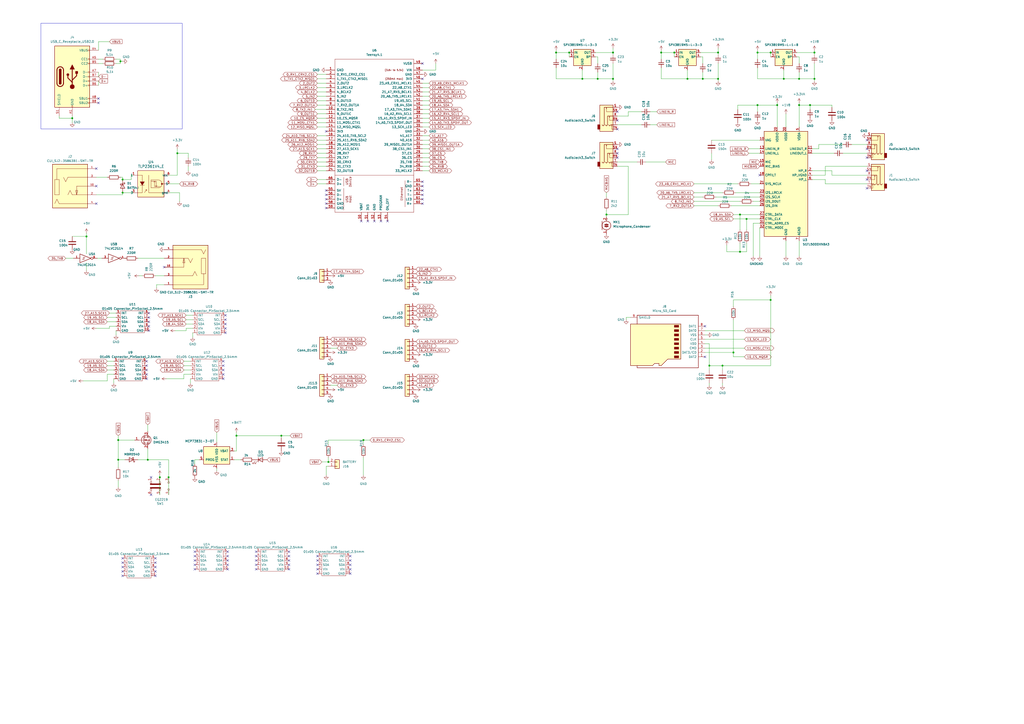
<source format=kicad_sch>
(kicad_sch (version 20250114) (generator "eeschema") (generator_version "9.0")
  (paper "A2")
  (rectangle (start 23.749 13.462) (end 105.664 74.803))
  (junction (at 71.12 104.14))
  (junction (at 469.9 60.96))
  (junction (at 391.16 30.48))
  (junction (at 439.42 60.96))
  (junction (at 50.165 137.16))
  (junction (at 337.82 45.72))
  (junction (at 429.26 124.46))
  (junction (at 450.85 60.96))
  (junction (at 472.44 30.48))
  (junction (at 97.79 276.86))
  (junction (at 454.66 45.72))
  (junction (at 463.55 60.96))
  (junction (at 322.58 30.48))
  (junction (at 447.04 30.48))
  (junction (at 137.16 252.73))
  (junction (at 419.1 212.09))
  (junction (at 416.56 30.48))
  (junction (at 407.67 45.72))
  (junction (at 439.42 30.48))
  (junction (at 355.6 45.72))
  (junction (at 425.45 204.47))
  (junction (at 68.58 255.27))
  (junction (at 463.55 45.72))
  (junction (at 351.79 124.46))
  (junction (at 330.2 30.48))
  (junction (at 92.71 276.86))
  (junction (at 398.78 45.72))
  (junction (at 163.195 252.73))
  (junction (at 71.12 111.76))
  (junction (at 190.5 267.97))
  (junction (at 429.26 146.05))
  (junction (at 447.04 173.99))
  (junction (at 210.82 255.27))
  (junction (at 69.85 35.56))
  (junction (at 102.87 88.9))
  (junction (at 355.6 30.48))
  (junction (at 346.71 45.72))
  (junction (at 416.56 45.72))
  (junction (at 68.58 266.7))
  (junction (at 411.48 212.09))
  (junction (at 41.91 68.58))
  (junction (at 472.44 45.72))
  (junction (at 433.07 127))
  (junction (at 383.54 30.48))
  (junction (at 85.725 266.7))
  (no_connect (at 85.09 212.09))
  (no_connect (at 130.81 190.5))
  (no_connect (at 85.09 209.55))
  (no_connect (at 167.64 327.66))
  (no_connect (at 184.15 325.12))
  (no_connect (at 184.15 332.74))
  (no_connect (at 85.09 214.63))
  (no_connect (at 90.17 323.85))
  (no_connect (at 502.92 81.28))
  (no_connect (at 129.54 217.17))
  (no_connect (at 71.12 328.93))
  (no_connect (at 129.54 214.63))
  (no_connect (at 502.92 86.36))
  (no_connect (at 90.17 326.39))
  (no_connect (at 86.36 191.77))
  (no_connect (at 130.81 193.04))
  (no_connect (at 129.54 209.55))
  (no_connect (at 113.03 322.58))
  (no_connect (at 358.14 74.93))
  (no_connect (at 113.03 330.2))
  (no_connect (at 245.11 113.03))
  (no_connect (at 502.92 104.14))
  (no_connect (at 189.23 118.11))
  (no_connect (at 148.59 330.2))
  (no_connect (at 87.63 276.86))
  (no_connect (at 132.08 327.66))
  (no_connect (at 502.92 91.44))
  (no_connect (at 130.81 185.42))
  (no_connect (at 86.36 181.61))
  (no_connect (at 358.14 69.85))
  (no_connect (at 167.64 322.58))
  (no_connect (at 132.08 320.04))
  (no_connect (at 55.88 107.95))
  (no_connect (at 189.23 113.03))
  (no_connect (at 203.2 325.12))
  (no_connect (at 245.11 110.49))
  (no_connect (at 57.15 59.69))
  (no_connect (at 502.92 99.06))
  (no_connect (at 129.54 219.71))
  (no_connect (at 209.55 128.27))
  (no_connect (at 132.08 325.12))
  (no_connect (at 71.12 334.01))
  (no_connect (at 189.23 76.2))
  (no_connect (at 358.14 88.9))
  (no_connect (at 502.92 109.22))
  (no_connect (at 55.88 97.79))
  (no_connect (at 132.08 322.58))
  (no_connect (at 203.2 322.58))
  (no_connect (at 90.17 334.01))
  (no_connect (at 203.2 330.2))
  (no_connect (at 148.59 320.04))
  (no_connect (at 86.36 186.69))
  (no_connect (at 130.81 182.88))
  (no_connect (at 217.17 128.27))
  (no_connect (at 132.08 330.2))
  (no_connect (at 213.36 128.27))
  (no_connect (at 408.94 207.01))
  (no_connect (at 358.14 86.36))
  (no_connect (at 148.59 327.66))
  (no_connect (at 203.2 327.66))
  (no_connect (at 167.64 320.04))
  (no_connect (at 220.98 128.27))
  (no_connect (at 184.15 322.58))
  (no_connect (at 440.69 101.6))
  (no_connect (at 148.59 322.58))
  (no_connect (at 71.12 331.47))
  (no_connect (at 55.88 118.11))
  (no_connect (at 184.15 330.2))
  (no_connect (at 245.11 105.41))
  (no_connect (at 90.17 328.93))
  (no_connect (at 113.03 325.12))
  (no_connect (at 167.64 325.12))
  (no_connect (at 71.12 323.85))
  (no_connect (at 245.11 45.72))
  (no_connect (at 148.59 325.12))
  (no_connect (at 358.14 91.44))
  (no_connect (at 90.17 331.47))
  (no_connect (at 184.15 327.66))
  (no_connect (at 85.09 217.17))
  (no_connect (at 113.03 327.66))
  (no_connect (at 245.11 118.11))
  (no_connect (at 189.23 120.65))
  (no_connect (at 203.2 332.74))
  (no_connect (at 358.14 64.77))
  (no_connect (at 245.11 115.57))
  (no_connect (at 95.25 154.94))
  (no_connect (at 245.11 36.83))
  (no_connect (at 71.12 326.39))
  (no_connect (at 408.94 189.23))
  (no_connect (at 245.11 107.95))
  (no_connect (at 189.23 115.57))
  (no_connect (at 224.79 128.27))
  (no_connect (at 189.23 110.49))
  (no_connect (at 167.64 330.2))
  (no_connect (at 113.03 320.04))
  (no_connect (at 86.36 184.15))
  (no_connect (at 85.09 219.71))
  (no_connect (at 129.54 212.09))
  (no_connect (at 87.63 287.02))
  (no_connect (at 130.81 187.96))
  (no_connect (at 57.15 57.15))
  (no_connect (at 86.36 189.23))
  (wire (pts (xy 471.17 86.36) (xy 474.98 86.36)))
  (wire (pts (xy 447.04 30.48) (xy 447.04 33.02)))
  (wire (pts (xy 330.2 30.48) (xy 330.2 33.02)))
  (wire (pts (xy 135.89 266.7) (xy 139.7 266.7)))
  (wire (pts (xy 113.03 269.24) (xy 113.03 266.7)))
  (wire (pts (xy 248.92 73.66) (xy 245.11 73.66)))
  (wire (pts (xy 59.055 149.86) (xy 56.515 149.86)))
  (wire (pts (xy 137.16 261.62) (xy 137.16 252.73)))
  (wire (pts (xy 66.04 219.71) (xy 66.04 222.25)))
  (wire (pts (xy 469.9 60.96) (xy 463.55 60.96)))
  (wire (pts (xy 68.58 255.27) (xy 68.58 266.7)))
  (wire (pts (xy 184.15 88.9) (xy 189.23 88.9)))
  (wire (pts (xy 391.16 30.48) (xy 391.16 33.02)))
  (wire (pts (xy 71.12 102.87) (xy 71.12 104.14)))
  (wire (pts (xy 472.44 29.21) (xy 472.44 30.48)))
  (wire (pts (xy 383.54 30.48) (xy 383.54 34.29)))
  (wire (pts (xy 358.14 72.39) (xy 372.11 72.39)))
  (wire (pts (xy 463.55 45.72) (xy 472.44 45.72)))
  (wire (pts (xy 346.71 33.02) (xy 345.44 33.02)))
  (wire (pts (xy 408.94 199.39) (xy 411.48 199.39)))
  (wire (pts (xy 252.73 40.64) (xy 245.11 40.64)))
  (wire (pts (xy 62.23 214.63) (xy 66.04 214.63)))
  (wire (pts (xy 191.77 223.52) (xy 195.58 223.52)))
  (wire (pts (xy 57.15 24.13) (xy 63.5 24.13)))
  (wire (pts (xy 248.92 48.26) (xy 245.11 48.26)))
  (wire (pts (xy 72.39 149.86) (xy 73.025 149.86)))
  (wire (pts (xy 69.85 35.56) (xy 71.12 35.56)))
  (wire (pts (xy 248.92 68.58) (xy 245.11 68.58)))
  (wire (pts (xy 462.28 30.48) (xy 472.44 30.48)))
  (wire (pts (xy 109.22 99.06) (xy 109.22 96.52)))
  (wire (pts (xy 447.04 171.45) (xy 447.04 173.99)))
  (wire (pts (xy 184.15 96.52) (xy 189.23 96.52)))
  (wire (pts (xy 355.6 46.99) (xy 355.6 45.72)))
  (wire (pts (xy 472.44 30.48) (xy 472.44 31.75)))
  (wire (pts (xy 463.55 59.69) (xy 463.55 60.96)))
  (wire (pts (xy 425.45 127) (xy 433.07 127)))
  (wire (pts (xy 78.105 255.27) (xy 68.58 255.27)))
  (wire (pts (xy 184.15 60.96) (xy 189.23 60.96)))
  (wire (pts (xy 429.26 124.46) (xy 440.69 124.46)))
  (wire (pts (xy 210.82 265.43) (xy 210.82 275.59)))
  (wire (pts (xy 71.12 113.03) (xy 71.12 111.76)))
  (wire (pts (xy 184.15 50.8) (xy 189.23 50.8)))
  (wire (pts (xy 471.17 99.06) (xy 482.6 99.06)))
  (wire (pts (xy 184.15 71.12) (xy 189.23 71.12)))
  (wire (pts (xy 433.07 127) (xy 440.69 127)))
  (wire (pts (xy 248.92 71.12) (xy 245.11 71.12)))
  (wire (pts (xy 248.92 91.44) (xy 245.11 91.44)))
  (wire (pts (xy 97.79 266.7) (xy 97.79 276.86)))
  (wire (pts (xy 184.15 43.18) (xy 189.23 43.18)))
  (wire (pts (xy 67.31 191.77) (xy 67.31 194.31)))
  (wire (pts (xy 419.1 212.09) (xy 419.1 214.63)))
  (wire (pts (xy 454.66 40.64) (xy 454.66 45.72)))
  (wire (pts (xy 48.26 220.98) (xy 62.23 220.98)))
  (wire (pts (xy 419.1 212.09) (xy 447.04 212.09)))
  (wire (pts (xy 440.69 132.08) (xy 440.69 148.59)))
  (wire (pts (xy 137.16 252.73) (xy 163.195 252.73)))
  (wire (pts (xy 190.5 255.27) (xy 190.5 257.81)))
  (wire (pts (xy 407.67 45.72) (xy 416.56 45.72)))
  (wire (pts (xy 190.5 255.27) (xy 210.82 255.27)))
  (wire (pts (xy 358.14 96.52) (xy 364.49 96.52)))
  (wire (pts (xy 184.15 68.58) (xy 189.23 68.58)))
  (wire (pts (xy 322.58 39.37) (xy 322.58 45.72)))
  (wire (pts (xy 104.14 111.76) (xy 104.14 116.84)))
  (wire (pts (xy 429.26 133.35) (xy 429.26 124.46)))
  (wire (pts (xy 358.14 67.31) (xy 364.49 67.31)))
  (wire (pts (xy 248.92 55.88) (xy 245.11 55.88)))
  (wire (pts (xy 71.12 102.87) (xy 69.85 102.87)))
  (wire (pts (xy 101.6 191.77) (xy 107.95 191.77)))
  (wire (pts (xy 365.76 184.15) (xy 363.22 184.15)))
  (wire (pts (xy 439.42 60.96) (xy 450.85 60.96)))
  (wire (pts (xy 322.58 45.72) (xy 337.82 45.72)))
  (wire (pts (xy 472.44 46.99) (xy 472.44 45.72)))
  (wire (pts (xy 76.2 101.6) (xy 77.47 101.6)))
  (wire (pts (xy 184.15 73.66) (xy 189.23 73.66)))
  (wire (pts (xy 106.68 212.09) (xy 110.49 212.09)))
  (wire (pts (xy 106.68 209.55) (xy 110.49 209.55)))
  (wire (pts (xy 184.15 48.26) (xy 189.23 48.26)))
  (wire (pts (xy 68.58 266.7) (xy 68.58 271.145)))
  (wire (pts (xy 80.645 160.02) (xy 82.55 160.02)))
  (wire (pts (xy 494.03 83.82) (xy 502.92 83.82)))
  (wire (pts (xy 412.75 81.28) (xy 440.69 81.28)))
  (wire (pts (xy 62.23 220.98) (xy 62.23 217.17)))
  (wire (pts (xy 478.79 96.52) (xy 478.79 101.6)))
  (wire (pts (xy 34.29 67.31) (xy 34.29 68.58)))
  (wire (pts (xy 62.23 184.15) (xy 67.31 184.15)))
  (wire (pts (xy 76.2 104.14) (xy 71.12 104.14)))
  (wire (pts (xy 439.42 30.48) (xy 447.04 30.48)))
  (wire (pts (xy 455.93 139.7) (xy 455.93 148.59)))
  (wire (pts (xy 214.63 255.27) (xy 210.82 255.27)))
  (wire (pts (xy 186.69 267.97) (xy 190.5 267.97)))
  (wire (pts (xy 184.15 91.44) (xy 189.23 91.44)))
  (wire (pts (xy 189.23 275.59) (xy 189.23 270.51)))
  (wire (pts (xy 478.79 106.68) (xy 502.92 106.68)))
  (wire (pts (xy 248.92 93.98) (xy 245.11 93.98)))
  (wire (pts (xy 415.29 114.3) (xy 440.69 114.3)))
  (wire (pts (xy 107.95 187.96) (xy 111.76 187.96)))
  (wire (pts (xy 469.9 63.5) (xy 469.9 60.96)))
  (wire (pts (xy 248.92 96.52) (xy 245.11 96.52)))
  (wire (pts (xy 248.92 66.04) (xy 245.11 66.04)))
  (wire (pts (xy 425.45 173.99) (xy 425.45 177.8)))
  (wire (pts (xy 41.91 68.58) (xy 41.91 71.12)))
  (wire (pts (xy 68.58 282.575) (xy 68.58 278.765)))
  (wire (pts (xy 381 72.39) (xy 377.19 72.39)))
  (wire (pts (xy 502.92 96.52) (xy 478.79 96.52)))
  (wire (pts (xy 386.08 93.98) (xy 374.65 93.98)))
  (wire (pts (xy 248.92 53.34) (xy 245.11 53.34)))
  (wire (pts (xy 184.15 58.42) (xy 189.23 58.42)))
  (wire (pts (xy 434.34 88.9) (xy 440.69 88.9)))
  (wire (pts (xy 482.6 99.06) (xy 482.6 101.6)))
  (wire (pts (xy 68.58 252.73) (xy 68.58 255.27)))
  (wire (pts (xy 190.5 265.43) (xy 190.5 267.97)))
  (wire (pts (xy 351.79 111.76) (xy 351.79 114.3)))
  (wire (pts (xy 381 64.77) (xy 377.19 64.77)))
  (wire (pts (xy 69.85 36.83) (xy 67.31 36.83)))
  (wire (pts (xy 398.78 45.72) (xy 407.67 45.72)))
  (wire (pts (xy 398.78 40.64) (xy 398.78 45.72)))
  (wire (pts (xy 109.22 91.44) (xy 109.22 88.9)))
  (wire (pts (xy 355.6 27.94) (xy 355.6 30.48)))
  (wire (pts (xy 345.44 30.48) (xy 355.6 30.48)))
  (wire (pts (xy 482.6 62.23) (xy 482.6 60.96)))
  (wire (pts (xy 57.15 46.99) (xy 57.15 49.53)))
  (wire (pts (xy 411.48 199.39) (xy 411.48 212.09)))
  (wire (pts (xy 97.79 276.86) (xy 97.79 287.02)))
  (wire (pts (xy 97.79 101.6) (xy 102.87 101.6)))
  (wire (pts (xy 425.45 207.01) (xy 431.8 207.01)))
  (wire (pts (xy 383.54 29.21) (xy 383.54 30.48)))
  (wire (pts (xy 322.58 29.21) (xy 322.58 30.48)))
  (wire (pts (xy 447.04 173.99) (xy 447.04 212.09)))
  (wire (pts (xy 63.5 181.61) (xy 67.31 181.61)))
  (wire (pts (xy 110.49 219.71) (xy 110.49 222.25)))
  (wire (pts (xy 102.87 86.36) (xy 102.87 88.9)))
  (wire (pts (xy 364.49 124.46) (xy 351.79 124.46)))
  (wire (pts (xy 191.77 201.93) (xy 195.58 201.93)))
  (wire (pts (xy 402.59 116.84) (xy 429.26 116.84)))
  (wire (pts (xy 184.15 104.14) (xy 189.23 104.14)))
  (wire (pts (xy 346.71 41.91) (xy 346.71 45.72)))
  (wire (pts (xy 62.23 212.09) (xy 66.04 212.09)))
  (wire (pts (xy 184.15 66.04) (xy 189.23 66.04)))
  (wire (pts (xy 419.1 223.52) (xy 419.1 222.25)))
  (wire (pts (xy 416.56 45.72) (xy 416.56 36.83)))
  (wire (pts (xy 433.07 140.97) (xy 433.07 146.05)))
  (wire (pts (xy 57.15 29.21) (xy 57.15 24.13)))
  (wire (pts (xy 351.79 125.73) (xy 351.79 124.46)))
  (wire (pts (xy 38.1 149.86) (xy 42.545 149.86)))
  (wire (pts (xy 369.57 93.98) (xy 358.14 93.98)))
  (wire (pts (xy 407.67 33.02) (xy 406.4 33.02)))
  (wire (pts (xy 184.15 86.36) (xy 189.23 86.36)))
  (wire (pts (xy 402.59 114.3) (xy 407.67 114.3)))
  (wire (pts (xy 433.07 133.35) (xy 433.07 127)))
  (wire (pts (xy 41.91 67.31) (xy 41.91 68.58)))
  (wire (pts (xy 106.68 214.63) (xy 110.49 214.63)))
  (wire (pts (xy 439.42 39.37) (xy 439.42 45.72)))
  (wire (pts (xy 402.59 119.38) (xy 416.56 119.38)))
  (wire (pts (xy 184.15 45.72) (xy 189.23 45.72)))
  (wire (pts (xy 72.39 266.7) (xy 68.58 266.7)))
  (wire (pts (xy 427.99 60.96) (xy 439.42 60.96)))
  (wire (pts (xy 248.92 58.42) (xy 245.11 58.42)))
  (wire (pts (xy 455.93 66.04) (xy 455.93 73.66)))
  (wire (pts (xy 408.94 191.77) (xy 431.8 191.77)))
  (wire (pts (xy 85.725 260.35) (xy 85.725 266.7)))
  (wire (pts (xy 71.12 111.76) (xy 77.47 111.76)))
  (wire (pts (xy 95.25 165.1) (xy 90.805 165.1)))
  (wire (pts (xy 450.85 60.96) (xy 450.85 73.66)))
  (wire (pts (xy 337.82 45.72) (xy 346.71 45.72)))
  (wire (pts (xy 439.42 64.77) (xy 439.42 60.96)))
  (wire (pts (xy 474.98 83.82) (xy 488.95 83.82)))
  (wire (pts (xy 411.48 223.52) (xy 411.48 222.25)))
  (wire (pts (xy 34.29 68.58) (xy 41.91 68.58)))
  (wire (pts (xy 463.55 41.91) (xy 463.55 45.72)))
  (wire (pts (xy 346.71 45.72) (xy 355.6 45.72)))
  (wire (pts (xy 412.75 88.9) (xy 412.75 92.71)))
  (wire (pts (xy 252.73 36.83) (xy 252.73 40.64)))
  (wire (pts (xy 402.59 111.76) (xy 419.1 111.76)))
  (wire (pts (xy 436.88 129.54) (xy 436.88 148.59)))
  (wire (pts (xy 402.59 106.68) (xy 427.99 106.68)))
  (wire (pts (xy 416.56 30.48) (xy 416.56 31.75)))
  (wire (pts (xy 189.23 270.51) (xy 190.5 270.51)))
  (wire (pts (xy 248.92 78.74) (xy 245.11 78.74)))
  (wire (pts (xy 85.725 266.7) (xy 97.79 266.7)))
  (wire (pts (xy 184.15 81.28) (xy 189.23 81.28)))
  (wire (pts (xy 407.67 36.83) (xy 407.67 33.02)))
  (wire (pts (xy 113.03 266.7) (xy 115.57 266.7)))
  (wire (pts (xy 55.88 113.03) (xy 71.12 113.03)))
  (wire (pts (xy 383.54 39.37) (xy 383.54 45.72)))
  (wire (pts (xy 383.54 45.72) (xy 398.78 45.72)))
  (wire (pts (xy 408.94 201.93) (xy 431.8 201.93)))
  (wire (pts (xy 364.49 67.31) (xy 364.49 64.77)))
  (wire (pts (xy 440.69 129.54) (xy 436.88 129.54)))
  (wire (pts (xy 248.92 60.96) (xy 245.11 60.96)))
  (wire (pts (xy 184.15 55.88) (xy 189.23 55.88)))
  (wire (pts (xy 406.4 30.48) (xy 416.56 30.48)))
  (wire (pts (xy 337.82 40.64) (xy 337.82 45.72)))
  (wire (pts (xy 425.45 124.46) (xy 429.26 124.46)))
  (wire (pts (xy 363.22 184.15) (xy 363.22 185.42)))
  (wire (pts (xy 184.15 93.98) (xy 189.23 93.98)))
  (wire (pts (xy 107.95 182.88) (xy 111.76 182.88)))
  (wire (pts (xy 248.92 99.06) (xy 245.11 99.06)))
  (wire (pts (xy 248.92 83.82) (xy 245.11 83.82)))
  (wire (pts (xy 107.95 185.42) (xy 111.76 185.42)))
  (wire (pts (xy 463.55 36.83) (xy 463.55 33.02)))
  (wire (pts (xy 463.55 60.96) (xy 463.55 73.66)))
  (wire (pts (xy 135.89 261.62) (xy 137.16 261.62)))
  (wire (pts (xy 62.23 209.55) (xy 66.04 209.55)))
  (wire (pts (xy 184.15 99.06) (xy 189.23 99.06)))
  (wire (pts (xy 482.6 101.6) (xy 502.92 101.6)))
  (wire (pts (xy 488.95 88.9) (xy 502.92 88.9)))
  (wire (pts (xy 248.92 81.28) (xy 245.11 81.28)))
  (wire (pts (xy 355.6 45.72) (xy 355.6 36.83)))
  (wire (pts (xy 474.98 86.36) (xy 474.98 83.82)))
  (wire (pts (xy 62.23 186.69) (xy 67.31 186.69)))
  (wire (pts (xy 410.21 194.31) (xy 408.94 194.31)))
  (wire (pts (xy 90.17 160.02) (xy 95.25 160.02)))
  (wire (pts (xy 182.88 63.5) (xy 189.23 63.5)))
  (wire (pts (xy 478.79 101.6) (xy 471.17 101.6)))
  (wire (pts (xy 439.42 30.48) (xy 439.42 34.29)))
  (wire (pts (xy 463.55 33.02) (xy 462.28 33.02)))
  (wire (pts (xy 137.16 252.73) (xy 137.16 250.825)))
  (wire (pts (xy 383.54 30.48) (xy 391.16 30.48)))
  (wire (pts (xy 454.66 45.72) (xy 463.55 45.72)))
  (wire (pts (xy 436.88 116.84) (xy 440.69 116.84)))
  (wire (pts (xy 425.45 173.99) (xy 447.04 173.99)))
  (wire (pts (xy 471.17 104.14) (xy 478.79 104.14)))
  (wire (pts (xy 450.85 59.69) (xy 450.85 60.96)))
  (wire (pts (xy 210.82 257.81) (xy 210.82 255.27)))
  (wire (pts (xy 90.805 165.1) (xy 90.805 167.005)))
  (wire (pts (xy 63.5 190.5) (xy 63.5 189.23)))
  (wire (pts (xy 106.68 219.71) (xy 106.68 217.17)))
  (wire (pts (xy 67.31 34.29) (xy 69.85 34.29)))
  (wire (pts (xy 471.17 88.9) (xy 483.87 88.9)))
  (wire (pts (xy 416.56 46.99) (xy 416.56 45.72)))
  (wire (pts (xy 439.42 45.72) (xy 454.66 45.72)))
  (wire (pts (xy 109.22 88.9) (xy 102.87 88.9)))
  (wire (pts (xy 364.49 96.52) (xy 364.49 124.46)))
  (wire (pts (xy 427.99 63.5) (xy 427.99 60.96)))
  (wire (pts (xy 439.42 29.21) (xy 439.42 30.48)))
  (wire (pts (xy 57.15 34.29) (xy 59.69 34.29)))
  (wire (pts (xy 351.79 124.46) (xy 351.79 121.92)))
  (wire (pts (xy 425.45 185.42) (xy 425.45 204.47)))
  (wire (pts (xy 62.23 217.17) (xy 66.04 217.17)))
  (wire (pts (xy 322.58 30.48) (xy 322.58 34.29)))
  (wire (pts (xy 425.45 207.01) (xy 425.45 204.47)))
  (wire (pts (xy 424.18 119.38) (xy 440.69 119.38)))
  (wire (pts (xy 463.55 139.7) (xy 463.55 148.59)))
  (wire (pts (xy 411.48 212.09) (xy 419.1 212.09)))
  (wire (pts (xy 248.92 88.9) (xy 245.11 88.9)))
  (wire (pts (xy 184.15 78.74) (xy 189.23 78.74)))
  (wire (pts (xy 125.73 250.825) (xy 125.73 256.54)))
  (wire (pts (xy 408.94 204.47) (xy 425.45 204.47)))
  (wire (pts (xy 416.56 27.94) (xy 416.56 30.48)))
  (wire (pts (xy 63.5 189.23) (xy 67.31 189.23)))
  (wire (pts (xy 429.26 146.05) (xy 421.64 146.05)))
  (wire (pts (xy 97.79 106.68) (xy 104.14 106.68)))
  (wire (pts (xy 184.15 83.82) (xy 189.23 83.82)))
  (wire (pts (xy 57.15 44.45) (xy 57.15 41.91)))
  (wire (pts (xy 346.71 36.83) (xy 346.71 33.02)))
  (wire (pts (xy 97.79 111.76) (xy 104.14 111.76)))
  (wire (pts (xy 92.71 276.86) (xy 92.71 287.02)))
  (wire (pts (xy 184.15 53.34) (xy 189.23 53.34)))
  (wire (pts (xy 69.85 35.56) (xy 69.85 36.83)))
  (wire (pts (xy 57.15 36.83) (xy 59.69 36.83)))
  (wire (pts (xy 426.72 111.76) (xy 440.69 111.76)))
  (wire (pts (xy 50.165 156.845) (xy 50.165 152.4)))
  (wire (pts (xy 421.64 146.05) (xy 421.64 142.24)))
  (wire (pts (xy 408.94 196.85) (xy 431.8 196.85)))
  (wire (pts (xy 355.6 30.48) (xy 355.6 31.75)))
  (wire (pts (xy 433.07 146.05) (xy 429.26 146.05)))
  (wire (pts (xy 55.88 102.87) (xy 62.23 102.87)))
  (wire (pts (xy 248.92 50.8) (xy 245.11 50.8)))
  (wire (pts (xy 96.52 219.71) (xy 106.68 219.71)))
  (wire (pts (xy 107.95 190.5) (xy 111.76 190.5)))
  (wire (pts (xy 482.6 60.96) (xy 469.9 60.96)))
  (wire (pts (xy 50.165 137.16) (xy 50.165 147.32)))
  (wire (pts (xy 478.79 104.14) (xy 478.79 106.68)))
  (wire (pts (xy 111.76 193.04) (xy 111.76 195.58)))
  (wire (pts (xy 69.85 34.29) (xy 69.85 35.56)))
  (wire (pts (xy 50.165 135.255) (xy 50.165 137.16)))
  (wire (pts (xy 472.44 45.72) (xy 472.44 36.83)))
  (wire (pts (xy 80.01 149.86) (xy 95.25 149.86)))
  (wire (pts (xy 125.73 273.05) (xy 125.73 271.78)))
  (wire (pts (xy 407.67 41.91) (xy 407.67 45.72)))
  (wire (pts (xy 248.92 63.5) (xy 245.11 63.5)))
  (wire (pts (xy 85.725 246.38) (xy 85.725 250.19)))
  (wire (pts (xy 184.15 106.68) (xy 189.23 106.68)))
  (wire (pts (xy 322.58 30.48) (xy 330.2 30.48)))
  (wire (pts (xy 80.01 266.7) (xy 85.725 266.7)))
  (wire (pts (xy 435.61 106.68) (xy 440.69 106.68)))
  (wire (pts (xy 364.49 64.77) (xy 372.11 64.77)))
  (wire (pts (xy 55.88 190.5) (xy 63.5 190.5)))
  (wire (pts (xy 429.26 140.97) (xy 429.26 146.05)))
  (wire (pts (xy 248.92 86.36) (xy 245.11 86.36)))
  (wire (pts (xy 102.87 88.9) (xy 102.87 101.6)))
  (wire (pts (xy 107.95 191.77) (xy 107.95 190.5)))
  (wire (pts (xy 92.71 275.59) (xy 92.71 276.86)))
  (wire (pts (xy 41.91 137.16) (xy 50.165 137.16)))
  (wire (pts (xy 163.195 252.73) (xy 163.195 254)))
  (wire (pts (xy 76.2 101.6) (xy 76.2 104.14)))
  (wire (pts (xy 434.34 86.36) (xy 440.69 86.36)))
  (wire (pts (xy 163.195 252.73) (xy 168.275 252.73)))
  (wire (pts (xy 411.48 212.09) (xy 411.48 214.63)))
  (wire (pts (xy 106.68 217.17) (xy 110.49 217.17)))
  (global_label "20_A6_TX5_LRCLK1" (shape bidirectional) (at 402.59 111.76 180) (property "Intersheetrefs" "${INTERSHEET_REFS}" (effects (hide yes))))
  (global_label "22_A8_CTX1" (shape bidirectional) (at 248.92 50.8 0) (property "Intersheetrefs" "${INTERSHEET_REFS}" (effects (hide yes))))
  (global_label "37_CS" (shape bidirectional) (at 248.92 88.9 0) (property "Intersheetrefs" "${INTERSHEET_REFS}" (effects (hide yes))))
  (global_label "25_A11_RX6_SDA2" (shape bidirectional) (at 184.15 81.28 180) (property "Intersheetrefs" "${INTERSHEET_REFS}" (effects (hide yes))))
  (global_label "31_CTX3" (shape bidirectional) (at 195.58 223.52 0) (property "Intersheetrefs" "${INTERSHEET_REFS}" (effects (hide yes))))
  (global_label "27_A13_SCK1" (shape bidirectional) (at 107.95 182.88 180) (property "Intersheetrefs" "${INTERSHEET_REFS}" (effects (hide yes))))
  (global_label "3_LRCLK2" (shape bidirectional) (at 241.3 182.88 0) (property "Intersheetrefs" "${INTERSHEET_REFS}" (effects (hide yes))))
  (global_label "17_A3_TX4_SDA1" (shape bidirectional) (at 191.77 157.48 0) (property "Intersheetrefs" "${INTERSHEET_REFS}" (effects (hide yes))))
  (global_label "3_LRCLK2" (shape bidirectional) (at 184.15 50.8 180) (property "Intersheetrefs" "${INTERSHEET_REFS}" (effects (hide yes))))
  (global_label "5_IN2" (shape bidirectional) (at 241.3 158.75 0) (property "Intersheetrefs" "${INTERSHEET_REFS}" (effects (hide yes))))
  (global_label "MIC" (shape input) (at 440.69 93.98 180) (property "Intersheetrefs" "${INTERSHEET_REFS}" (effects (hide yes))))
  (global_label "12_MISO_MQSL" (shape bidirectional) (at 431.8 191.77 0) (property "Intersheetrefs" "${INTERSHEET_REFS}" (effects (hide yes))))
  (global_label "35_TX8" (shape bidirectional) (at 248.92 93.98 0) (property "Intersheetrefs" "${INTERSHEET_REFS}" (effects (hide yes))))
  (global_label "0_RX1_CRX2_CS1" (shape bidirectional) (at 214.63 255.27 0) (property "Intersheetrefs" "${INTERSHEET_REFS}" (effects (hide yes))))
  (global_label "VBUS" (shape input) (at 154.94 266.7 0) (property "Intersheetrefs" "${INTERSHEET_REFS}" (effects (hide yes))))
  (global_label "9_OUT1C" (shape bidirectional) (at 241.3 200.66 0) (property "Intersheetrefs" "${INTERSHEET_REFS}" (effects (hide yes))))
  (global_label "32_OUT1B" (shape bidirectional) (at 241.3 220.98 0) (property "Intersheetrefs" "${INTERSHEET_REFS}" (effects (hide yes))))
  (global_label "19_A5_SCL" (shape bidirectional) (at 106.68 212.09 180) (property "Intersheetrefs" "${INTERSHEET_REFS}" (effects (hide yes))))
  (global_label "32_OUT1B" (shape bidirectional) (at 184.15 99.06 180) (property "Intersheetrefs" "${INTERSHEET_REFS}" (effects (hide yes))))
  (global_label "4_BCLK2" (shape bidirectional) (at 184.15 53.34 180) (property "Intersheetrefs" "${INTERSHEET_REFS}" (effects (hide yes))))
  (global_label "5_IN2" (shape bidirectional) (at 184.15 55.88 180) (property "Intersheetrefs" "${INTERSHEET_REFS}" (effects (hide yes))))
  (global_label "40_A16" (shape bidirectional) (at 248.92 81.28 0) (property "Intersheetrefs" "${INTERSHEET_REFS}" (effects (hide yes))))
  (global_label "23_A9_CRX1_MCLK1" (shape bidirectional) (at 248.92 48.26 0) (property "Intersheetrefs" "${INTERSHEET_REFS}" (effects (hide yes))))
  (global_label "15_A1_RX3_SPDIF_IN" (shape bidirectional) (at 241.3 161.29 0) (property "Intersheetrefs" "${INTERSHEET_REFS}" (effects (hide yes))))
  (global_label "7_RX2_OUT1A" (shape bidirectional) (at 184.15 60.96 180) (property "Intersheetrefs" "${INTERSHEET_REFS}" (effects (hide yes))))
  (global_label "19_A5_SCL" (shape bidirectional) (at 107.95 185.42 180) (property "Intersheetrefs" "${INTERSHEET_REFS}" (effects (hide yes))))
  (global_label "18_A4_SDA" (shape bidirectional) (at 62.23 186.69 180) (property "Intersheetrefs" "${INTERSHEET_REFS}" (effects (hide yes))))
  (global_label "33_MCLK2" (shape bidirectional) (at 248.92 99.06 0) (property "Intersheetrefs" "${INTERSHEET_REFS}" (effects (hide yes))))
  (global_label "21_A7_RX5_BCLK1" (shape bidirectional) (at 402.59 114.3 180) (property "Intersheetrefs" "${INTERSHEET_REFS}" (effects (hide yes))))
  (global_label "25_A11_RX6_SDA2" (shape bidirectional) (at 191.77 199.39 0) (property "Intersheetrefs" "${INTERSHEET_REFS}" (effects (hide yes))))
  (global_label "VBUS" (shape input) (at 63.5 24.13 0) (property "Intersheetrefs" "${INTERSHEET_REFS}" (effects (hide yes))))
  (global_label "1_TX1_CTX2_MISO1" (shape bidirectional) (at 184.15 45.72 180) (property "Intersheetrefs" "${INTERSHEET_REFS}" (effects (hide yes))))
  (global_label "19_A5_SCL" (shape bidirectional) (at 248.92 58.42 0) (property "Intersheetrefs" "${INTERSHEET_REFS}" (effects (hide yes))))
  (global_label "12_MISO_MQSL" (shape bidirectional) (at 184.15 73.66 180) (property "Intersheetrefs" "${INTERSHEET_REFS}" (effects (hide yes))))
  (global_label "6_OUT1D" (shape bidirectional) (at 184.15 58.42 180) (property "Intersheetrefs" "${INTERSHEET_REFS}" (effects (hide yes))))
  (global_label "18_A4_SDA" (shape bidirectional) (at 425.45 124.46 180) (property "Intersheetrefs" "${INTERSHEET_REFS}" (effects (hide yes))))
  (global_label "LINEIN_R" (shape input) (at 381 64.77 0) (property "Intersheetrefs" "${INTERSHEET_REFS}" (effects (hide yes))))
  (global_label "13_SCK_LED" (shape bidirectional) (at 431.8 196.85 0) (property "Intersheetrefs" "${INTERSHEET_REFS}" (effects (hide yes))))
  (global_label "23_A9_CRX1_MCLK1" (shape bidirectional) (at 402.59 106.68 180) (property "Intersheetrefs" "${INTERSHEET_REFS}" (effects (hide yes))))
  (global_label "9_OUT1C" (shape bidirectional) (at 184.15 66.04 180) (property "Intersheetrefs" "${INTERSHEET_REFS}" (effects (hide yes))))
  (global_label "19_A5_SCL" (shape bidirectional) (at 425.45 127 180) (property "Intersheetrefs" "${INTERSHEET_REFS}" (effects (hide yes))))
  (global_label "18_A4_SDA" (shape bidirectional) (at 106.68 214.63 180) (property "Intersheetrefs" "${INTERSHEET_REFS}" (effects (hide yes))))
  (global_label "MICBIAS" (shape input) (at 351.79 111.76 90) (property "Intersheetrefs" "${INTERSHEET_REFS}" (effects (hide yes))))
  (global_label "18_A4_SDA" (shape bidirectional) (at 107.95 187.96 180) (property "Intersheetrefs" "${INTERSHEET_REFS}" (effects (hide yes))))
  (global_label "27_A13_SCK1" (shape bidirectional) (at 62.23 209.55 180) (property "Intersheetrefs" "${INTERSHEET_REFS}" (effects (hide yes))))
  (global_label "28_RX7" (shape bidirectional) (at 184.15 88.9 180) (property "Intersheetrefs" "${INTERSHEET_REFS}" (effects (hide yes))))
  (global_label "D-" (shape input) (at 57.15 44.45 0) (property "Intersheetrefs" "${INTERSHEET_REFS}" (effects (hide yes))))
  (global_label "D-" (shape bidirectional) (at 184.15 104.14 180) (property "Intersheetrefs" "${INTERSHEET_REFS}" (effects (hide yes))))
  (global_label "39_MISO1_OUT1A" (shape bidirectional) (at 248.92 83.82 0) (property "Intersheetrefs" "${INTERSHEET_REFS}" (effects (hide yes))))
  (global_label "26_A12_MOSI1" (shape bidirectional) (at 184.15 83.82 180) (property "Intersheetrefs" "${INTERSHEET_REFS}" (effects (hide yes))))
  (global_label "D+" (shape bidirectional) (at 184.15 106.68 180) (property "Intersheetrefs" "${INTERSHEET_REFS}" (effects (hide yes))))
  (global_label "8_TX2_IN1" (shape bidirectional) (at 402.59 116.84 180) (property "Intersheetrefs" "${INTERSHEET_REFS}" (effects (hide yes))))
  (global_label "MIC" (shape input) (at 386.08 93.98 0) (property "Intersheetrefs" "${INTERSHEET_REFS}" (effects (hide yes))))
  (global_label "41_A17" (shape bidirectional) (at 241.3 223.52 0) (property "Intersheetrefs" "${INTERSHEET_REFS}" (effects (hide yes))))
  (global_label "21_A7_RX5_BCLK1" (shape bidirectional) (at 248.92 53.34 0) (property "Intersheetrefs" "${INTERSHEET_REFS}" (effects (hide yes))))
  (global_label "20_A6_TX5_LRCLK1" (shape bidirectional) (at 248.92 55.88 0) (property "Intersheetrefs" "${INTERSHEET_REFS}" (effects (hide yes))))
  (global_label "27_A13_SCK1" (shape bidirectional) (at 106.68 209.55 180) (property "Intersheetrefs" "${INTERSHEET_REFS}" (effects (hide yes))))
  (global_label "31_CTX3" (shape bidirectional) (at 184.15 96.52 180) (property "Intersheetrefs" "${INTERSHEET_REFS}" (effects (hide yes))))
  (global_label "LINEIN_R" (shape input) (at 434.34 86.36 180) (property "Intersheetrefs" "${INTERSHEET_REFS}" (effects (hide yes))))
  (global_label "8_TX2_IN1" (shape bidirectional) (at 182.88 63.5 180) (property "Intersheetrefs" "${INTERSHEET_REFS}" (effects (hide yes))))
  (global_label "36_CS" (shape bidirectional) (at 248.92 91.44 0) (property "Intersheetrefs" "${INTERSHEET_REFS}" (effects (hide yes))))
  (global_label "0_RX1_CRX2_CS1" (shape bidirectional) (at 184.15 43.18 180) (property "Intersheetrefs" "${INTERSHEET_REFS}" (effects (hide yes))))
  (global_label "VBAT" (shape input) (at 186.69 267.97 180) (property "Intersheetrefs" "${INTERSHEET_REFS}" (effects (hide yes))))
  (global_label "2_OUT2" (shape bidirectional) (at 241.3 177.8 0) (property "Intersheetrefs" "${INTERSHEET_REFS}" (effects (hide yes))))
  (global_label "27_A13_SCK1" (shape bidirectional) (at 184.15 86.36 180) (property "Intersheetrefs" "${INTERSHEET_REFS}" (effects (hide yes))))
  (global_label "34_RX8" (shape bidirectional) (at 248.92 96.52 0) (property "Intersheetrefs" "${INTERSHEET_REFS}" (effects (hide yes))))
  (global_label "10_CS_MQSR" (shape bidirectional) (at 431.8 207.01 0) (property "Intersheetrefs" "${INTERSHEET_REFS}" (effects (hide yes))))
  (global_label "LINEIN_L" (shape input) (at 434.34 88.9 180) (property "Intersheetrefs" "${INTERSHEET_REFS}" (effects (hide yes))))
  (global_label "13_SCK_LED" (shape bidirectional) (at 248.92 73.66 0) (property "Intersheetrefs" "${INTERSHEET_REFS}" (effects (hide yes))))
  (global_label "31_CTX3" (shape bidirectional) (at 195.58 201.93 0) (property "Intersheetrefs" "${INTERSHEET_REFS}" (effects (hide yes))))
  (global_label "38_CS1_IN1" (shape bidirectional) (at 248.92 86.36 0) (property "Intersheetrefs" "${INTERSHEET_REFS}" (effects (hide yes))))
  (global_label "14_A0_TX3_SPDIF_OUT" (shape bidirectional) (at 248.92 71.12 0) (property "Intersheetrefs" "${INTERSHEET_REFS}" (effects (hide yes))))
  (global_label "18_A4_SDA" (shape bidirectional) (at 248.92 60.96 0) (property "Intersheetrefs" "${INTERSHEET_REFS}" (effects (hide yes))))
  (global_label "24_A10_TX6_SCL2" (shape bidirectional) (at 184.15 78.74 180) (property "Intersheetrefs" "${INTERSHEET_REFS}" (effects (hide yes))))
  (global_label "11_MOSI_CTX1" (shape bidirectional) (at 184.15 71.12 180) (property "Intersheetrefs" "${INTERSHEET_REFS}" (effects (hide yes))))
  (global_label "27_A13_SCK1" (shape bidirectional) (at 63.5 181.61 180) (property "Intersheetrefs" "${INTERSHEET_REFS}" (effects (hide yes))))
  (global_label "35_TX8" (shape bidirectional) (at 38.1 149.86 180) (property "Intersheetrefs" "${INTERSHEET_REFS}" (effects (hide yes))))
  (global_label "14_A0_TX3_SPDIF_OUT" (shape bidirectional) (at 241.3 198.12 0) (property "Intersheetrefs" "${INTERSHEET_REFS}" (effects (hide yes))))
  (global_label "34_RX8" (shape bidirectional) (at 104.14 106.68 0) (property "Intersheetrefs" "${INTERSHEET_REFS}" (effects (hide yes))))
  (global_label "VBAT" (shape input) (at 168.275 252.73 0) (property "Intersheetrefs" "${INTERSHEET_REFS}" (effects (hide yes))))
  (global_label "19_A5_SCL" (shape bidirectional) (at 62.23 212.09 180) (property "Intersheetrefs" "${INTERSHEET_REFS}" (effects (hide yes))))
  (global_label "19_A5_SCL" (shape bidirectional) (at 62.23 184.15 180) (property "Intersheetrefs" "${INTERSHEET_REFS}" (effects (hide yes))))
  (global_label "VBUS" (shape input) (at 68.58 252.73 90) (property "Intersheetrefs" "${INTERSHEET_REFS}" (effects (hide yes))))
  (global_label "41_A17" (shape bidirectional) (at 248.92 78.74 0) (property "Intersheetrefs" "${INTERSHEET_REFS}" (effects (hide yes))))
  (global_label "16_A2_RX4_SCL1" (shape bidirectional) (at 248.92 66.04 0) (property "Intersheetrefs" "${INTERSHEET_REFS}" (effects (hide yes))))
  (global_label "30_CRX3" (shape bidirectional) (at 184.15 93.98 180) (property "Intersheetrefs" "${INTERSHEET_REFS}" (effects (hide yes))))
  (global_label "7_RX2_OUT1A" (shape bidirectional) (at 402.59 119.38 180) (property "Intersheetrefs" "${INTERSHEET_REFS}" (effects (hide yes))))
  (global_label "18_A4_SDA" (shape bidirectional) (at 62.23 214.63 180) (property "Intersheetrefs" "${INTERSHEET_REFS}" (effects (hide yes))))
  (global_label "MICBIAS" (shape input) (at 440.69 96.52 180) (property "Intersheetrefs" "${INTERSHEET_REFS}" (effects (hide yes))))
  (global_label "29_TX7" (shape bidirectional) (at 184.15 91.44 180) (property "Intersheetrefs" "${INTERSHEET_REFS}" (effects (hide yes))))
  (global_label "33_MCLK2" (shape bidirectional) (at 241.3 218.44 0) (property "Intersheetrefs" "${INTERSHEET_REFS}" (effects (hide yes))))
  (global_label "VBAT" (shape input) (at 85.725 246.38 90) (property "Intersheetrefs" "${INTERSHEET_REFS}" (effects (hide yes))))
  (global_label "10_CS_MQSR" (shape bidirectional) (at 184.15 68.58 180) (property "Intersheetrefs" "${INTERSHEET_REFS}" (effects (hide yes))))
  (global_label "25_A11_RX6_SDA2" (shape bidirectional) (at 191.77 220.98 0) (property "Intersheetrefs" "${INTERSHEET_REFS}" (effects (hide yes))))
  (global_label "16_A2_RX4_SCL1" (shape bidirectional) (at 241.3 203.2 0) (property "Intersheetrefs" "${INTERSHEET_REFS}" (effects (hide yes))))
  (global_label "24_A10_TX6_SCL2" (shape bidirectional) (at 191.77 196.85 0) (property "Intersheetrefs" "${INTERSHEET_REFS}" (effects (hide yes))))
  (global_label "D+" (shape input) (at 57.15 46.99 0) (property "Intersheetrefs" "${INTERSHEET_REFS}" (effects (hide yes))))
  (global_label "LINEIN_L" (shape input) (at 381 72.39 0) (property "Intersheetrefs" "${INTERSHEET_REFS}" (effects (hide yes))))
  (global_label "VBUS" (shape input) (at 125.73 250.825 90) (property "Intersheetrefs" "${INTERSHEET_REFS}" (effects (hide yes))))
  (global_label "4_BCLK2" (shape bidirectional) (at 241.3 180.34 0) (property "Intersheetrefs" "${INTERSHEET_REFS}" (effects (hide yes))))
  (global_label "2_OUT2" (shape bidirectional) (at 184.15 48.26 180) (property "Intersheetrefs" "${INTERSHEET_REFS}" (effects (hide yes))))
  (global_label "11_MOSI_CTX1" (shape bidirectional) (at 431.8 201.93 0) (property "Intersheetrefs" "${INTERSHEET_REFS}" (effects (hide yes))))
  (global_label "22_A8_CTX1" (shape bidirectional) (at 241.3 156.21 0) (property "Intersheetrefs" "${INTERSHEET_REFS}" (effects (hide yes))))
  (global_label "17_A3_TX4_SDA1" (shape bidirectional) (at 248.92 63.5 0) (property "Intersheetrefs" "${INTERSHEET_REFS}" (effects (hide yes))))
  (global_label "24_A10_TX6_SCL2" (shape bidirectional) (at 191.77 218.44 0) (property "Intersheetrefs" "${INTERSHEET_REFS}" (effects (hide yes))))
  (global_label "15_A1_RX3_SPDIF_IN" (shape bidirectional) (at 248.92 68.58 0) (property "Intersheetrefs" "${INTERSHEET_REFS}" (effects (hide yes))))
  (symbol (lib_id "power:+3.3V") (at 191.77 204.47 270) (unit 1)
    (property "Reference" "#PWR048" (effects (hide yes)))
    (property "Value" "+3.3V" (at 195.58 204.4699 90) (effects (justify left)))
  )
  (symbol (lib_id "Device:C_Small") (at 416.56 34.29 0) (unit 1)
    (property "Reference" "C1" (at 419.1 33.0263 0) (effects (justify left)))
    (property "Value" "1u" (at 419.1 35.5663 0) (effects (justify left)))
    (property "Footprint" "Capacitor_SMD:C_0402_1005Metric" (effects (hide yes)))
    (property "lcsc#" "C52923" (effects (hide yes)))
  )
  (symbol (lib_id "power:GND") (at 355.6 46.99 0) (unit 1)
    (property "Reference" "#PWR055" (effects (hide yes)))
    (property "Value" "GND" (at 355.6 51.435 0))
  )
  (symbol (lib_id "Device:LED") (at 151.13 266.7 0) (unit 1)
    (property "Reference" "D3" (at 151.13 262.255 0))
    (property "Value" "LED" (at 151.13 264.16 0))
    (property "Footprint" "LED_SMD:LED_0603_1608Metric" (effects (hide yes)))
    (property "lcsc#" "C2286" (effects (hide yes)))
  )
  (symbol (lib_id "power:+5V") (at 383.54 29.21 0) (unit 1)
    (property "Reference" "#PWR03" (effects (hide yes)))
    (property "Value" "+5V" (at 383.54 24.13 0))
  )
  (symbol (lib_id "Device:Q_PMOS_GSD") (at 83.185 255.27 0) (unit 1)
    (property "Reference" "Q1" (at 88.9 254 0) (effects (justify left)))
    (property "Value" "DMG3415" (at 88.9 256.54 0) (effects (justify left)))
    (property "Footprint" "Package_TO_SOT_SMD:SOT-23" (effects (hide yes)))
    (property "lcsc#" "C7202986" (effects (hide yes)))
  )
  (symbol (lib_id "power:GND") (at 410.21 194.31 90) (unit 1)
    (property "Reference" "#PWR039" (effects (hide yes)))
    (property "Value" "GND" (at 417.195 194.31 90) (effects (justify left)))
  )
  (symbol (lib_id "power:GND") (at 71.12 35.56 90) (unit 1)
    (property "Reference" "#PWR032" (effects (hide yes)))
    (property "Value" "GND" (at 71.12 33.02 90) (effects (justify right)))
  )
  (symbol (lib_id "Device:R") (at 422.91 111.76 90) (unit 1)
    (property "Reference" "R2" (at 423.164 106.934 90))
    (property "Value" "22R" (at 423.164 109.474 90))
    (property "Footprint" "Resistor_SMD:R_0402_1005Metric" (effects (hide yes)))
    (property "lcsc#" "C25092" (effects (hide yes)))
  )
  (symbol (lib_id "Device:R") (at 76.2 149.86 90) (unit 1)
    (property "Reference" "R7" (at 76.2 144.145 90))
    (property "Value" "220R" (at 76.2 146.685 90))
    (property "Footprint" "Resistor_SMD:R_0603_1608Metric" (effects (hide yes)))
    (property "lcsc#" "C22962" (effects (hide yes)))
  )
  (symbol (lib_id "power:GND") (at 241.3 208.28 0) (mirror y) (unit 1)
    (property "Reference" "#PWR062" (effects (hide yes)))
    (property "Value" "GND" (at 241.3 212.344 0))
  )
  (symbol (lib_id "Connector_Audio:AudioJack3_Switch") (at 353.06 88.9 0) (unit 1)
    (property "Reference" "J7" (at 345.44 88.8999 0) (effects (justify right)))
    (property "Value" "AudioJack3_Switch" (at 345.44 91.4399 0) (effects (justify right)))
    (property "Footprint" "Connector_Audio:Jack_6.35mm_Neutrik_NMJ6HCD2_Horizontal" (effects (hide yes)))
    (property "Description" "Audio Jack, 3 Poles (Stereo / TRS), Switched Poles (Normalling)" (effects (hide yes)))
    (property "lcsc#" "C368502" (effects (hide yes)))
  )
  (symbol (lib_id "power:GND") (at 109.22 99.06 0) (mirror y) (unit 1)
    (property "Reference" "#PWR023" (effects (hide yes)))
    (property "Value" "GND" (at 113.03 101.6 0))
  )
  (symbol (lib_id "power:+3.3V") (at 241.3 226.06 270) (unit 1)
    (property "Reference" "#PWR063" (effects (hide yes)))
    (property "Value" "+3.3V" (at 245.11 226.0599 90) (effects (justify left)))
  )
  (symbol (lib_id "74xGxx:74LVC2G14") (at 66.675 149.86 0) (unit 2)
    (property "Reference" "U5" (at 66.04 141.605 0))
    (property "Value" "74LVC2G14" (at 66.04 144.145 0))
    (property "Footprint" "Package_TO_SOT_SMD:SOT-23-6" (effects (hide yes)))
    (property "Datasheet" "https://www.ti.com/lit/ds/symlink/sn74lvc2g14.pdf" (effects (hide yes)))
    (property "LCSC Part #" "C12401" (effects (hide yes)))
    (property "lcsc#" "C12401" (effects (hide yes)))
  )
  (symbol (lib_id "power:GND") (at 463.55 148.59 0) (unit 1)
    (property "Reference" "#PWR021" (effects (hide yes)))
    (property "Value" "GND" (at 463.55 153.0334 0))
  )
  (symbol (lib_id "power:GND") (at 439.42 69.85 0) (unit 1)
    (property "Reference" "#PWR014" (effects (hide yes)))
    (property "Value" "GND" (at 439.42 74.2934 0))
  )
  (symbol (lib_id "Connector:Micro_SD_Card") (at 386.08 199.39 180) (unit 1)
    (property "Reference" "J8" (at 385.445 177.8 0))
    (property "Value" "Micro_SD_Card" (at 385.445 180.34 0))
    (property "Footprint" "Connector_Card:microSD_HC_Hirose_DM3BT-DSF-PEJS" (effects (hide yes)))
    (property "Datasheet" "http://katalog.we-online.de/em/datasheet/693072010801.pdf" (effects (hide yes)))
    (property "lcsc#" "C597972" (effects (hide yes)))
  )
  (symbol (lib_id "Device:R") (at 431.8 106.68 90) (unit 1)
    (property "Reference" "R1" (at 432.054 101.854 90))
    (property "Value" "22R" (at 432.054 104.394 90))
    (property "Footprint" "Resistor_SMD:R_0402_1005Metric" (effects (hide yes)))
    (property "lcsc#" "C25092" (effects (hide yes)))
  )
  (symbol (lib_id "Device:C_Small") (at 374.65 72.39 90) (unit 1)
    (property "Reference" "C19" (at 373.3863 69.85 0) (effects (justify left)))
    (property "Value" "10u" (at 375.9263 69.85 0) (effects (justify left)))
    (property "Footprint" "Capacitor_SMD:C_0603_1608Metric" (effects (hide yes)))
    (property "lcsc#" "C19702" (effects (hide yes)))
  )
  (symbol (lib_id "power:GND") (at 113.03 276.86 0) (unit 1)
    (property "Reference" "#PWR068" (effects (hide yes)))
    (property "Value" "GND" (at 114.935 279.4 0) (effects (justify left)))
  )
  (symbol (lib_id "Device:R") (at 143.51 266.7 270) (unit 1)
    (property "Reference" "R14" (at 143.51 269.24 90))
    (property "Value" "2k" (at 142.875 264.16 90))
    (property "Footprint" "Resistor_SMD:R_0603_1608Metric" (effects (hide yes)))
    (property "lcsc#" "C22975" (effects (hide yes)))
  )
  (symbol (lib_id "Regulator_Linear:SPX3819M5-L-3-3") (at 398.78 33.02 0) (unit 1)
    (property "Reference" "U1" (at 398.78 23.495 0))
    (property "Value" "SPX3819M5-L-3-3" (at 397.51 26.035 0))
    (property "Footprint" "Package_TO_SOT_SMD:SOT-23-5" (effects (hide yes)))
    (property "Datasheet" "https://www.exar.com/content/document.ashx?id=22106&languageid=1033&type=Datasheet&partnumber=SPX3819&filename=SPX3819.pdf&part=SPX3819" (effects (hide yes)))
    (property "lcsc#" "C9055" (effects (hide yes)))
  )
  (symbol (lib_id "Device:C_Small") (at 374.65 64.77 90) (unit 1)
    (property "Reference" "C18" (at 373.3863 62.23 0) (effects (justify left)))
    (property "Value" "10u" (at 375.9263 62.23 0) (effects (justify left)))
    (property "Footprint" "Capacitor_SMD:C_0603_1608Metric" (effects (hide yes)))
    (property "lcsc#" "C19702" (effects (hide yes)))
  )
  (symbol (lib_id "power:+5V") (at 191.77 226.06 270) (mirror x) (unit 1)
    (property "Reference" "#PWR075" (effects (hide yes)))
    (property "Value" "+5V" (at 195.58 226.0599 90) (effects (justify left)))
  )
  (symbol (lib_id "Switch:SW_Slide_DPDT") (at 92.71 281.94 90) (mirror x) (unit 1)
    (property "Reference" "SW1" (at 90.932 292.1 90) (effects (justify right)))
    (property "Value" "EG2219" (at 89.916 289.814 90) (effects (justify right)))
    (property "Footprint" "myLibKicad:EG2219" (effects (hide yes)))
    (property "Description" "Slide Switch, dual pole double throw" (effects (hide yes)))
    (property "lcsc#" "C3664594" (effects (hide yes)))
  )
  (symbol (lib_id "power:GND") (at 440.69 148.59 0) (unit 1)
    (property "Reference" "#PWR019" (effects (hide yes)))
    (property "Value" "GND" (at 440.69 153.0334 0))
  )
  (symbol (lib_id "power:+5V") (at 50.165 135.255 0) (unit 1)
    (property "Reference" "#PWR025" (effects (hide yes)))
    (property "Value" "+5V" (at 50.165 129.54 0))
  )
  (symbol (lib_id "power:GND") (at 50.165 156.845 0) (unit 1)
    (property "Reference" "#PWR028" (effects (hide yes)))
    (property "Value" "GND" (at 53.34 159.385 0))
  )
  (symbol (lib_id "power:GND") (at 412.75 92.71 0) (unit 1)
    (property "Reference" "#PWR017" (effects (hide yes)))
    (property "Value" "GND" (at 412.75 97.1534 0))
  )
  (symbol (lib_id "power:GND") (at 191.77 162.56 0) (unit 1)
    (property "Reference" "#PWR050" (effects (hide yes)))
    (property "Value" "GND" (at 191.77 166.624 0))
  )
  (symbol (lib_id "power:GND") (at 469.9 68.58 0) (unit 1)
    (property "Reference" "#PWR013" (effects (hide yes)))
    (property "Value" "GND" (at 469.9 73.0234 0))
  )
  (symbol (lib_id "Regulator_Linear:SPX3819M5-L-3-3") (at 454.66 33.02 0) (unit 1)
    (property "Reference" "U2" (at 454.66 23.495 0))
    (property "Value" "SPX3819M5-L-1-8" (at 453.39 26.035 0))
    (property "Footprint" "Package_TO_SOT_SMD:SOT-23-5" (effects (hide yes)))
    (property "Datasheet" "https://www.exar.com/content/document.ashx?id=22106&languageid=1033&type=Datasheet&partnumber=SPX3819&filename=SPX3819.pdf&part=SPX3819" (effects (hide yes)))
    (property "lcsc#" "C24639" (effects (hide yes)))
  )
  (symbol (lib_id "power:GND") (at 427.99 71.12 0) (unit 1)
    (property "Reference" "#PWR016" (effects (hide yes)))
    (property "Value" "GND" (at 427.99 75.5634 0))
  )
  (symbol (lib_id "power:GND") (at 66.04 222.25 0) (mirror y) (unit 1)
    (property "Reference" "#PWR065" (effects (hide yes)))
    (property "Value" "GND" (at 66.04 226.314 0))
  )
  (symbol (lib_id "power:GND") (at 125.73 273.05 0) (unit 1)
    (property "Reference" "#PWR066" (effects (hide yes)))
    (property "Value" "GND" (at 127.635 275.59 0) (effects (justify left)))
  )
  (symbol (lib_id "New_Library:SJ2-35863B1-SMT-TR") (at 40.64 107.95 0) (unit 1)
    (property "Reference" "J2" (at 40.64 90.805 0))
    (property "Value" "CUI_SJ2-35863B1-SMT-TR" (at 40.64 93.345 0))
    (property "Footprint" "myLibKicad:CUI_SJ2-35863B1-SMT-TR" (effects (hide yes)))
    (property "PARTREV" "1.04" (effects (hide yes)))
    (property "STANDARD" "Manufacturer Recommendations" (effects (hide yes)))
    (property "MAXIMUM_PACKAGE_HEIGHT" "4.4 mm" (effects (hide yes)))
    (property "MANUFACTURER" "CUI Devices" (effects (hide yes)))
    (property "lcsc#" "C4992707" (effects (hide yes)))
  )
  (symbol (lib_id "power:+BATT") (at 137.16 250.825 0) (unit 1)
    (property "Reference" "#PWR06" (effects (hide yes)))
    (property "Value" "+BATT" (at 137.16 245.11 0))
  )
  (symbol (lib_id "Device:R") (at 425.45 181.61 180) (unit 1)
    (property "Reference" "R16" (at 424.815 170.815 90))
    (property "Value" "10k" (at 425.45 181.61 90))
    (property "Footprint" "Resistor_SMD:R_0402_1005Metric" (effects (hide yes)))
    (property "lcsc#" "C98220" (effects (hide yes)))
  )
  (symbol (lib_id "Device:C_Small") (at 463.55 39.37 0) (unit 1)
    (property "Reference" "C8" (at 466.09 38.1063 0) (effects (justify left)))
    (property "Value" "1u" (at 466.09 40.6463 0) (effects (justify left)))
    (property "Footprint" "Capacitor_SMD:C_0402_1005Metric" (effects (hide yes)))
    (property "lcsc#" "C52923" (effects (hide yes)))
  )
  (symbol (lib_id "Device:C_Small") (at 486.41 88.9 90) (unit 1)
    (property "Reference" "C17" (at 485.1463 86.36 0) (effects (justify left)))
    (property "Value" "10u" (at 487.6863 86.36 0) (effects (justify left)))
    (property "Footprint" "Capacitor_SMD:C_0603_1608Metric" (effects (hide yes)))
    (property "lcsc#" "C19702" (effects (hide yes)))
  )
  (symbol (lib_id "New_Library:SJ2-35863B1-SMT-TR") (at 110.49 154.94 180) (unit 1)
    (property "Reference" "J3" (at 110.49 172.085 0))
    (property "Value" "CUI_SJ2-35863B1-SMT-TR" (at 110.49 169.545 0))
    (property "Footprint" "myLibKicad:CUI_SJ2-35863B1-SMT-TR" (effects (hide yes)))
    (property "PARTREV" "1.04" (effects (hide yes)))
    (property "STANDARD" "Manufacturer Recommendations" (effects (hide yes)))
    (property "MAXIMUM_PACKAGE_HEIGHT" "4.4 mm" (effects (hide yes)))
    (property "MANUFACTURER" "CUI Devices" (effects (hide yes)))
    (property "lcsc#" "C4992707" (effects (hide yes)))
  )
  (symbol (lib_id "power:+3.3VA") (at 463.55 59.69 0) (unit 1)
    (property "Reference" "#PWR011" (effects (hide yes)))
    (property "Value" "+3.3VA" (at 463.55 54.61 0))
    (property "Description" "Power symbol creates a global label with name \"+3.3VA\"" (effects (hide yes)))
  )
  (symbol (lib_id "Device:Microphone_Condenser") (at 351.79 130.81 0) (unit 1)
    (property "Reference" "MK1" (at 355.6 128.8414 0) (effects (justify left)))
    (property "Value" "Microphone_Condenser" (at 355.6 131.3814 0) (effects (justify left)))
    (property "Footprint" "Sensor_Audio:POM-2244P-C3310-2-R" (effects (hide yes)))
    (property "Description" "Condenser microphone" (effects (hide yes)))
    (property "lcsc#" "C3273559" (effects (hide yes)))
  )
  (symbol (lib_id "Connector:USB_C_Receptacle_USB2.0") (at 41.91 44.45 0) (unit 1)
    (property "Reference" "J4" (at 41.91 21.59 0))
    (property "Value" "USB_C_Receptacle_USB2.0" (at 41.91 24.13 0))
    (property "Footprint" "Connector_USB:USB_C_Receptacle_HRO_TYPE-C-31-M-12" (effects (hide yes)))
    (property "Datasheet" "https://www.usb.org/sites/default/files/documents/usb_type-c.zip" (effects (hide yes)))
    (property "lcsc#" "C165948" (effects (hide yes)))
  )
  (symbol (lib_id "Device:R") (at 429.26 137.16 180) (unit 1)
    (property "Reference" "R12" (at 426.72 136.906 90))
    (property "Value" "10k" (at 429.26 137.16 90))
    (property "Footprint" "Resistor_SMD:R_0402_1005Metric" (effects (hide yes)))
    (property "lcsc#" "C98220" (effects (hide yes)))
  )
  (symbol (lib_id "Device:C") (at 412.75 85.09 0) (unit 1)
    (property "Reference" "C13" (at 416.56 83.8199 0) (effects (justify left)))
    (property "Value" "150n" (at 416.56 86.3599 0) (effects (justify left)))
    (property "Footprint" "Capacitor_SMD:C_0402_1005Metric" (effects (hide yes)))
    (property "Description" "Unpolarized capacitor" (effects (hide yes)))
    (property "lcsc#" "C162182" (effects (hide yes)))
  )
  (symbol (lib_id "power:GND") (at 416.56 46.99 0) (unit 1)
    (property "Reference" "#PWR08" (effects (hide yes)))
    (property "Value" "GND" (at 416.56 51.435 0))
  )
  (symbol (lib_id "Device:C_Small") (at 472.44 34.29 0) (unit 1)
    (property "Reference" "C2" (at 474.98 33.0263 0) (effects (justify left)))
    (property "Value" "1u" (at 474.98 35.5663 0) (effects (justify left)))
    (property "Footprint" "Capacitor_SMD:C_0402_1005Metric" (effects (hide yes)))
    (property "lcsc#" "C52923" (effects (hide yes)))
  )
  (symbol (lib_name "DuppaI2C_1") (lib_id "Connector:DuppaI2C") (at 68.58 208.28 0) (unit 1)
    (property "Reference" "U9" (at 75.565 204.47 0))
    (property "Value" "01x05 Connector_PinSocket_2.54mm" (at 75.565 207.01 0))
    (property "Footprint" "Connector_PinSocket_2.54mm:DuppaI2CEncoderV2.1" (effects (hide yes)))
    (property "lcsc#" "C50950" (effects (hide yes)))
  )
  (symbol (lib_id "power:GND") (at 482.6 69.85 0) (unit 1)
    (property "Reference" "#PWR015" (effects (hide yes)))
    (property "Value" "GND" (at 482.6 74.2934 0))
  )
  (symbol (lib_id "Connector_Audio:AudioJack3_Switch") (at 353.06 67.31 0) (unit 1)
    (property "Reference" "J6" (at 345.44 67.3099 0) (effects (justify right)))
    (property "Value" "AudioJack3_Switch" (at 345.44 69.8499 0) (effects (justify right)))
    (property "Footprint" "Connector_Audio:Jack_6.35mm_Neutrik_NMJ6HCD2_Horizontal" (effects (hide yes)))
    (property "Description" "Audio Jack, 3 Poles (Stereo / TRS), Switched Poles (Normalling)" (effects (hide yes)))
    (property "lcsc#" "C368502" (effects (hide yes)))
  )
  (symbol (lib_id "Device:R") (at 351.79 118.11 0) (unit 1)
    (property "Reference" "R11" (at 354.33 116.8399 0) (effects (justify left)))
    (property "Value" "2k2" (at 354.33 119.3799 0) (effects (justify left)))
    (property "Footprint" "Resistor_SMD:R_0603_1608Metric" (effects (hide yes)))
    (property "Description" "Resistor" (effects (hide yes)))
    (property "lcsc#" "C4190" (effects (hide yes)))
  )
  (symbol (lib_id "power:GND") (at 363.22 185.42 0) (unit 1)
    (property "Reference" "#PWR038" (effects (hide yes)))
    (property "Value" "GND" (at 358.14 185.42 0) (effects (justify left)))
  )
  (symbol (lib_id "power:GND") (at 90.805 167.005 0) (mirror y) (unit 1)
    (property "Reference" "#PWR030" (effects (hide yes)))
    (property "Value" "GND" (at 94.615 169.545 0))
  )
  (symbol (lib_id "Device:R") (at 210.82 261.62 180) (unit 1)
    (property "Reference" "R19" (at 209.55 257.175 90))
    (property "Value" "15k" (at 210.82 261.62 90))
    (property "Footprint" "Resistor_SMD:R_0402_1005Metric" (effects (hide yes)))
    (property "lcsc#" "C2889386" (effects (hide yes)))
  )
  (symbol (lib_id "power:GND") (at 358.14 83.82 90) (unit 1)
    (property "Reference" "#PWR037" (effects (hide yes)))
    (property "Value" "GND" (at 361.95 83.8199 90) (effects (justify right)))
  )
  (symbol (lib_id "power:+3.3V") (at 241.3 205.74 270) (unit 1)
    (property "Reference" "#PWR061" (effects (hide yes)))
    (property "Value" "+3.3V" (at 245.11 205.7399 90) (effects (justify left)))
  )
  (symbol (lib_id "power:GND") (at 68.58 282.575 0) (unit 1)
    (property "Reference" "#PWR069" (effects (hide yes)))
    (property "Value" "GND" (at 68.58 287.655 0))
  )
  (symbol (lib_id "Device:R") (at 433.07 137.16 180) (unit 1)
    (property "Reference" "R13" (at 431.546 141.986 90))
    (property "Value" "10k" (at 433.07 137.16 90))
    (property "Footprint" "Resistor_SMD:R_0402_1005Metric" (effects (hide yes)))
    (property "lcsc#" "C98220" (effects (hide yes)))
  )
  (symbol (lib_id "Connector:DuppaI2C") (at 69.85 180.34 0) (unit 1)
    (property "Reference" "U11" (at 76.835 176.53 0))
    (property "Value" "01x05 Connector_PinSocket_2.54mm" (at 76.835 179.07 0))
    (property "Footprint" "Connector_PinSocket_2.54mm:DuppaI2CEncoderV2.1" (effects (hide yes)))
    (property "lcsc#" "C50950" (effects (hide yes)))
  )
  (symbol (lib_id "power:+1V8") (at 455.93 66.04 0) (unit 1)
    (property "Reference" "#PWR012" (effects (hide yes)))
    (property "Value" "+1V8" (at 455.93 60.96 0))
    (property "Description" "Power symbol creates a global label with name \"+1V8\"" (effects (hide yes)))
  )
  (symbol (lib_id "power:GND") (at 163.195 261.62 0) (unit 1)
    (property "Reference" "#PWR07" (effects (hide yes)))
    (property "Value" "GND" (at 166.37 262.89 0))
  )
  (symbol (lib_id "Connector_Generic:Conn_01x05") (at 186.69 223.52 0) (mirror y) (unit 1)
    (property "Reference" "J11.5" (at 184.15 222.2499 0) (effects (justify left)))
    (property "Value" "Conn_01x05" (at 184.15 224.7899 0) (effects (justify left)))
    (property "Footprint" "Connector_JST:JST_PH_B5B-PH-K_1x05_P2.00mm_Vertical" (effects (hide yes)))
    (property "Description" "Generic connector, single row, 01x05, script generated (kicad-library-utils/schlib/autogen/connector/)" (effects (hide yes)))
    (property "lcsc#" "C157993" (effects (hide yes)))
  )
  (symbol (lib_id "Device:C_Small") (at 355.6 34.29 0) (unit 1)
    (property "Reference" "C23" (at 358.14 33.0263 0) (effects (justify left)))
    (property "Value" "1u" (at 358.14 35.5663 0) (effects (justify left)))
    (property "Footprint" "Capacitor_SMD:C_0402_1005Metric" (effects (hide yes)))
    (property "lcsc#" "C52923" (effects (hide yes)))
  )
  (symbol (lib_id "Audio:SGTL5000XNAA3") (at 455.93 106.68 0) (unit 1)
    (property "Reference" "U3" (at 465.5694 139.1904 0) (effects (justify left)))
    (property "Value" "SGTL5000XNBA3" (at 465.5694 141.7273 0) (effects (justify left)))
    (property "Footprint" "Package_DFN_QFN:QFN-32-1EP_5x5mm_P0.5mm_EP3.6x3.6mm" (effects (hide yes)))
    (property "Datasheet" "https://www.nxp.com/docs/en/data-sheet/SGTL5000.pdf" (effects (hide yes)))
    (property "lcsc#" " C5196742" (effects (hide yes)))
  )
  (symbol (lib_id "power:GND") (at 189.23 275.59 0) (unit 1)
    (property "Reference" "#PWR02" (effects (hide yes)))
    (property "Value" "GND" (at 189.23 280.67 0))
  )
  (symbol (lib_id "power:+5V") (at 191.77 160.02 270) (mirror x) (unit 1)
    (property "Reference" "#PWR049" (effects (hide yes)))
    (property "Value" "+5V" (at 195.58 160.0199 90) (effects (justify left)))
  )
  (symbol (lib_id "Device:C_Small") (at 439.42 67.31 0) (unit 1)
    (property "Reference" "C12" (at 441.96 66.0463 0) (effects (justify left)))
    (property "Value" "1u" (at 441.96 68.5863 0) (effects (justify left)))
    (property "Footprint" "Capacitor_SMD:C_0402_1005Metric" (effects (hide yes)))
    (property "lcsc#" "C52923" (effects (hide yes)))
  )
  (symbol (lib_id "power:+5V") (at 55.88 190.5 90) (mirror x) (unit 1)
    (property "Reference" "#PWR073" (effects (hide yes)))
    (property "Value" "+5V" (at 52.07 190.4999 90) (effects (justify left)))
  )
  (symbol (lib_name "DuppaI2C_3") (lib_id "Connector:DuppaI2C") (at 73.66 322.58 0) (unit 1) (exclude_from_sim yes) (on_board no)
    (property "Reference" "U13" (at 80.645 318.77 0))
    (property "Value" "01x05 Connector_PinSocket_2.54mm" (at 80.645 321.31 0))
    (property "Footprint" "Connector_PinSocket_2.54mm:DuppaI2CEncoderV2.1" (effects (hide yes)))
    (property "lcsc#" "C50950" (effects (hide yes)))
  )
  (symbol (lib_id "power:GND") (at 191.77 207.01 0) (mirror y) (unit 1)
    (property "Reference" "#PWR053" (effects (hide yes)))
    (property "Value" "GND" (at 191.77 211.074 0))
  )
  (symbol (lib_id "Device:C") (at 482.6 66.04 0) (unit 1)
    (property "Reference" "C10" (at 485.521 65.1315 0) (effects (justify left)))
    (property "Value" "100n" (at 485.521 67.9066 0) (effects (justify left)))
    (property "Footprint" "Capacitor_SMD:C_0402_1005Metric" (effects (hide yes)))
    (property "MFGR" "Jellybean (X7R or better)" (effects (hide yes)))
    (property "MPN" "CC0603KRX7R6BB224" (effects (hide yes)))
    (property "lcsc#" "C77020" (effects (hide yes)))
  )
  (symbol (lib_id "Connector_Generic:Conn_01x05") (at 236.22 223.52 0) (mirror y) (unit 1)
    (property "Reference" "J15" (at 233.68 222.2499 0) (effects (justify left)))
    (property "Value" "Conn_01x05" (at 233.68 224.7899 0) (effects (justify left)))
    (property "Footprint" "Connector_JST:JST_PH_B5B-PH-K_1x05_P2.00mm_Vertical" (effects (hide yes)))
    (property "Description" "Generic connector, single row, 01x05, script generated (kicad-library-utils/schlib/autogen/connector/)" (effects (hide yes)))
    (property "lcsc#" "C157993" (effects (hide yes)))
  )
  (symbol (lib_id "power:GND") (at 411.48 223.52 0) (mirror y) (unit 1)
    (property "Reference" "#PWR040" (effects (hide yes)))
    (property "Value" "GND" (at 411.48 227.965 0))
  )
  (symbol (lib_id "Device:R") (at 68.58 274.955 180) (unit 1)
    (property "Reference" "R17" (at 71.12 273.6849 0) (effects (justify right)))
    (property "Value" "10k" (at 71.12 276.2249 0) (effects (justify right)))
    (property "Footprint" "Resistor_SMD:R_0402_1005Metric" (effects (hide yes)))
    (property "lcsc#" "C98220" (effects (hide yes)))
  )
  (symbol (lib_id "power:+5V") (at 96.52 219.71 90) (mirror x) (unit 1)
    (property "Reference" "#PWR071" (effects (hide yes)))
    (property "Value" "+5V" (at 92.71 219.7099 90) (effects (justify left)))
  )
  (symbol (lib_id "power:GND") (at 502.92 78.74 270) (unit 1)
    (property "Reference" "#PWR034" (effects (hide yes)))
    (property "Value" "GND" (at 503.174 75.946 90) (effects (justify right)))
  )
  (symbol (lib_id "Device:C_Small") (at 346.71 39.37 0) (unit 1)
    (property "Reference" "C25" (at 349.25 38.1063 0) (effects (justify left)))
    (property "Value" "1u" (at 349.25 40.6463 0) (effects (justify left)))
    (property "Footprint" "Capacitor_SMD:C_0402_1005Metric" (effects (hide yes)))
    (property "lcsc#" "C52923" (effects (hide yes)))
  )
  (symbol (lib_id "Device:R") (at 86.36 160.02 270) (unit 1)
    (property "Reference" "R8" (at 85.0899 157.48 0) (effects (justify right)))
    (property "Value" "220R" (at 87.6299 157.48 0) (effects (justify right)))
    (property "Footprint" "Resistor_SMD:R_0603_1608Metric" (effects (hide yes)))
    (property "lcsc#" "C22962" (effects (hide yes)))
  )
  (symbol (lib_id "power:+1V8") (at 472.44 29.21 0) (unit 1)
    (property "Reference" "#PWR05" (effects (hide yes)))
    (property "Value" "+1V8" (at 472.44 24.13 0))
    (property "Description" "Power symbol creates a global label with name \"+1V8\"" (effects (hide yes)))
  )
  (symbol (lib_id "power:GND") (at 95.25 144.78 270) (mirror x) (unit 1)
    (property "Reference" "#PWR027" (effects (hide yes)))
    (property "Value" "GND" (at 93.345 141.605 90))
  )
  (symbol (lib_id "power:+3.3V") (at 241.3 163.83 270) (unit 1)
    (property "Reference" "#PWR057" (effects (hide yes)))
    (property "Value" "+3.3V" (at 245.11 163.8299 90) (effects (justify left)))
  )
  (symbol (lib_id "Connector_Audio:AudioJack3_Switch") (at 508 83.82 0) (mirror y) (unit 1)
    (property "Reference" "J5" (at 515.62 83.8199 0) (effects (justify right)))
    (property "Value" "AudioJack3_Switch" (at 515.62 86.3599 0) (effects (justify right)))
    (property "Footprint" "Connector_Audio:Jack_6.35mm_Neutrik_NMJ6HCD2_Horizontal" (effects (hide yes)))
    (property "Description" "Audio Jack, 3 Poles (Stereo / TRS), Switched Poles (Normalling)" (effects (hide yes)))
    (property "lcsc#" "C368502" (effects (hide yes)))
  )
  (symbol (lib_id "power:+3.3V") (at 241.3 185.42 270) (unit 1)
    (property "Reference" "#PWR059" (effects (hide yes)))
    (property "Value" "+3.3V" (at 245.11 185.4199 90) (effects (justify left)))
  )
  (symbol (lib_name "+5V_1") (lib_id "power:+5V") (at 92.71 275.59 0) (mirror y) (unit 1)
    (property "Reference" "#PWR031" (effects (hide yes)))
    (property "Value" "+5V" (at 92.7099 271.78 90) (effects (justify left)))
    (property "Description" "Power symbol creates a global label with name \"+5V\"" (effects (hide yes)))
  )
  (symbol (lib_name "DuppaI2C_2") (lib_id "Connector:DuppaI2C") (at 113.03 208.28 0) (unit 1)
    (property "Reference" "U12" (at 120.015 204.47 0))
    (property "Value" "01x05 Connector_PinSocket_2.54mm" (at 120.015 207.01 0))
    (property "Footprint" "Connector_PinSocket_2.54mm:DuppaI2CEncoderV2.1" (effects (hide yes)))
    (property "lcsc#" "C50950" (effects (hide yes)))
  )
  (symbol (lib_id "power:+3.3V") (at 450.85 59.69 0) (unit 1)
    (property "Reference" "#PWR010" (effects (hide yes)))
    (property "Value" "+3.3V" (at 450.85 56.1142 0))
  )
  (symbol (lib_id "Device:C_Small") (at 322.58 36.83 0) (unit 1)
    (property "Reference" "C24" (at 325.12 35.5663 0) (effects (justify left)))
    (property "Value" "10u" (at 325.12 38.1063 0) (effects (justify left)))
    (property "Footprint" "Capacitor_SMD:C_0603_1608Metric" (effects (hide yes)))
    (property "lcsc#" "C19702" (effects (hide yes)))
  )
  (symbol (lib_id "Connector_Audio:AudioJack3_Switch") (at 508 101.6 0) (mirror y) (unit 1)
    (property "Reference" "J1" (at 515.62 101.5999 0) (effects (justify right)))
    (property "Value" "AudioJack3_Switch" (at 515.62 104.1399 0) (effects (justify right)))
    (property "Footprint" "Connector_Audio:Jack_6.35mm_Neutrik_NMJ6HCD2_Horizontal" (effects (hide yes)))
    (property "Description" "Audio Jack, 3 Poles (Stereo / TRS), Switched Poles (Normalling)" (effects (hide yes)))
    (property "lcsc#" "C368502" (effects (hide yes)))
  )
  (symbol (lib_id "Device:C_Small") (at 491.49 83.82 90) (unit 1)
    (property "Reference" "C16" (at 490.2263 81.28 0) (effects (justify left)))
    (property "Value" "10u" (at 492.7663 81.28 0) (effects (justify left)))
    (property "Footprint" "Capacitor_SMD:C_0603_1608Metric" (effects (hide yes)))
    (property "lcsc#" "C19702" (effects (hide yes)))
  )
  (symbol (lib_id "power:GND") (at 245.11 43.18 90) (mirror x) (unit 1)
    (property "Reference" "#PWR045" (effects (hide yes)))
    (property "Value" "GND" (at 248.92 43.1799 90) (effects (justify right)))
  )
  (symbol (lib_id "Device:R") (at 420.37 119.38 90) (unit 1)
    (property "Reference" "R5" (at 420.624 114.554 90))
    (property "Value" "22R" (at 420.624 117.094 90))
    (property "Footprint" "Resistor_SMD:R_0402_1005Metric" (effects (hide yes)))
    (property "lcsc#" "C25092" (effects (hide yes)))
  )
  (symbol (lib_id "Device:C_Small") (at 372.11 93.98 90) (unit 1)
    (property "Reference" "C20" (at 370.8463 91.44 0) (effects (justify left)))
    (property "Value" "10u" (at 373.3863 91.44 0) (effects (justify left)))
    (property "Footprint" "Capacitor_SMD:C_0603_1608Metric" (effects (hide yes)))
    (property "lcsc#" "C19702" (effects (hide yes)))
  )
  (symbol (lib_id "Device:C") (at 419.1 218.44 0) (unit 1)
    (property "Reference" "C22" (at 421.64 215.9 0) (effects (justify left)))
    (property "Value" "10u" (at 421.64 218.44 0) (effects (justify left)))
    (property "Footprint" "Capacitor_SMD:C_0603_1608Metric" (effects (hide yes)))
    (property "lcsc#" "C19702" (effects (hide yes)))
  )
  (symbol (lib_id "Diode:BAT54J") (at 71.12 107.95 270) (unit 1)
    (property "Reference" "D1" (at 73.66 106.3625 90) (effects (justify left)))
    (property "Value" "BAT54J" (at 73.66 108.9025 90) (effects (justify left)))
    (property "Footprint" "Diode_SMD:D_SOD-323F" (effects (hide yes)))
    (property "Datasheet" "https://assets.nexperia.com/documents/data-sheet/BAT54J.pdf" (effects (hide yes)))
    (property "lcsc#" "C130415" (effects (hide yes)))
  )
  (symbol (lib_id "power:GND") (at 110.49 222.25 0) (mirror y) (unit 1)
    (property "Reference" "#PWR067" (effects (hide yes)))
    (property "Value" "GND" (at 110.49 226.314 0))
  )
  (symbol (lib_name "DuppaI2C_3") (lib_id "Connector:DuppaI2C") (at 115.57 318.77 0) (unit 1) (exclude_from_sim yes) (on_board no)
    (property "Reference" "U14" (at 119.888 315.722 0))
    (property "Value" "01x05 Connector_PinSocket_2.54mm" (at 122.555 317.5 0))
    (property "Footprint" "Connector_PinSocket_2.54mm:DuppaI2CEncoderV2.1" (effects (hide yes)))
    (property "lcsc#" "C50950" (effects (hide yes)))
  )
  (symbol (lib_id "power:GND") (at 241.3 187.96 0) (mirror y) (unit 1)
    (property "Reference" "#PWR060" (effects (hide yes)))
    (property "Value" "GND" (at 241.3 192.024 0))
  )
  (symbol (lib_id "Connector_Generic:Conn_01x05") (at 186.69 201.93 0) (mirror y) (unit 1)
    (property "Reference" "J11" (at 184.15 200.6599 0) (effects (justify left)))
    (property "Value" "Conn_01x05" (at 184.15 203.1999 0) (effects (justify left)))
    (property "Footprint" "Connector_JST:JST_PH_B5B-PH-K_1x05_P2.00mm_Vertical" (effects (hide yes)))
    (property "Description" "Generic connector, single row, 01x05, script generated (kicad-library-utils/schlib/autogen/connector/)" (effects (hide yes)))
    (property "lcsc#" "C157993" (effects (hide yes)))
  )
  (symbol (lib_id "power:+5V") (at 252.73 36.83 0) (unit 1)
    (property "Reference" "#PWR043" (effects (hide yes)))
    (property "Value" "+5V" (at 252.73 31.115 0))
  )
  (symbol (lib_id "Device:R") (at 433.07 116.84 90) (unit 1)
    (property "Reference" "R4" (at 433.324 112.014 90))
    (property "Value" "22R" (at 433.324 114.554 90))
    (property "Footprint" "Resistor_SMD:R_0402_1005Metric" (effects (hide yes)))
    (property "lcsc#" "C25092" (effects (hide yes)))
  )
  (symbol (lib_id "Device:C") (at 427.99 67.31 0) (unit 1)
    (property "Reference" "C11" (at 430.911 66.4015 0) (effects (justify left)))
    (property "Value" "100n" (at 430.911 69.1766 0) (effects (justify left)))
    (property "Footprint" "Capacitor_SMD:C_0402_1005Metric" (effects (hide yes)))
    (property "MFGR" "Jellybean (X7R or better)" (effects (hide yes)))
    (property "MPN" "CC0603KRX7R6BB224" (effects (hide yes)))
    (property "lcsc#" "C77020" (effects (hide yes)))
  )
  (symbol (lib_id "Device:R") (at 63.5 36.83 90) (unit 1)
    (property "Reference" "R10" (at 63.754 39.116 90))
    (property "Value" "5.1k" (at 63.754 41.656 90))
    (property "Footprint" "Resistor_SMD:R_0402_1005Metric" (effects (hide yes)))
    (property "lcsc#" "C25905" (effects (hide yes)))
  )
  (symbol (lib_id "power:GND") (at 419.1 223.52 0) (mirror y) (unit 1)
    (property "Reference" "#PWR041" (effects (hide yes)))
    (property "Value" "GND" (at 419.1 227.965 0))
  )
  (symbol (lib_id "2023-10-22_10-01-06:TLP2361V4_E") (at 79.9846 99.06 0) (unit 1)
    (property "Reference" "U4" (at 87.6046 93.98 0) (effects (font (size 1.524 1.524))))
    (property "Value" "TLP2361V4_E" (at 87.6046 96.52 0) (effects (font (size 1.524 1.524))))
    (property "Footprint" "myLibKicad:5pin SO6_TOS" (effects (hide yes)))
    (property "Datasheet" "TLP2361V4_E" (effects (hide yes)))
    (property "lcsc#" "C107626" (effects (hide yes)))
  )
  (symbol (lib_id "power:+5V") (at 101.6 191.77 90) (mirror x) (unit 1)
    (property "Reference" "#PWR072" (effects (hide yes)))
    (property "Value" "+5V" (at 97.79 191.7699 90) (effects (justify left)))
  )
  (symbol (lib_id "Diode:MBR0540") (at 76.2 266.7 180) (unit 1)
    (property "Reference" "D2" (at 76.5175 260.985 0))
    (property "Value" "MBR0540" (at 76.5175 263.525 0))
    (property "Footprint" "Diode_SMD:D_SOD-123" (effects (hide yes)))
    (property "Datasheet" "http://www.mccsemi.com/up_pdf/MBR0520~MBR0580(SOD123).pdf" (effects (hide yes)))
    (property "lcsc#" "C116159" (effects (hide yes)))
  )
  (symbol (lib_id "Device:C") (at 411.48 218.44 0) (mirror x) (unit 1)
    (property "Reference" "C21" (at 405.13 217.17 0) (effects (justify left)))
    (property "Value" "100n" (at 403.86 219.71 0) (effects (justify left)))
    (property "Footprint" "Capacitor_SMD:C_0402_1005Metric" (effects (hide yes)))
    (property "lcsc#" "C77020" (effects (hide yes)))
  )
  (symbol (lib_id "Connector_Generic:Conn_01x02") (at 195.58 270.51 0) (mirror x) (unit 1)
    (property "Reference" "J16" (at 198.755 270.51 0) (effects (justify left)))
    (property "Value" "BATTERY" (at 198.755 267.97 0) (effects (justify left)))
    (property "Footprint" "Connector_JST:JST_PH_B2B-PH-K_1x02_P2.00mm_Vertical" (effects (hide yes)))
    (property "lcsc#" "C131337" (effects (hide yes)))
  )
  (symbol (lib_id "Device:R") (at 190.5 261.62 180) (unit 1)
    (property "Reference" "R15" (at 189.23 257.175 90))
    (property "Value" "10k" (at 190.5 261.62 90))
    (property "Footprint" "Resistor_SMD:R_0402_1005Metric" (effects (hide yes)))
    (property "lcsc#" "C25756" (effects (hide yes)))
  )
  (symbol (lib_id "power:+3.3V") (at 421.64 142.24 0) (unit 1)
    (property "Reference" "#PWR047" (effects (hide yes)))
    (property "Value" "+3.3V" (at 421.64 138.6642 0))
  )
  (symbol (lib_id "power:GND") (at 436.88 148.59 0) (unit 1)
    (property "Reference" "#PWR018" (effects (hide yes)))
    (property "Value" "GND" (at 436.88 153.0334 0))
  )
  (symbol (lib_id "Device:C_Small") (at 469.9 66.04 0) (unit 1)
    (property "Reference" "C9" (at 472.44 64.7763 0) (effects (justify left)))
    (property "Value" "1u" (at 472.44 67.3163 0) (effects (justify left)))
    (property "Footprint" "Capacitor_SMD:C_0402_1005Metric" (effects (hide yes)))
    (property "lcsc#" "C52923" (effects (hide yes)))
  )
  (symbol (lib_id "power:GND") (at 472.44 46.99 0) (unit 1)
    (property "Reference" "#PWR09" (effects (hide yes)))
    (property "Value" "GND" (at 472.44 51.435 0))
  )
  (symbol (lib_id "Connector_Generic:Conn_01x05") (at 236.22 161.29 0) (mirror y) (unit 1)
    (property "Reference" "J12" (at 233.68 160.0199 0) (effects (justify left)))
    (property "Value" "Conn_01x05" (at 233.68 162.5599 0) (effects (justify left)))
    (property "Footprint" "Connector_JST:JST_PH_B5B-PH-K_1x05_P2.00mm_Vertical" (effects (hide yes)))
    (property "Description" "Generic connector, single row, 01x05, script generated (kicad-library-utils/schlib/autogen/connector/)" (effects (hide yes)))
    (property "lcsc#" "C157993" (effects (hide yes)))
  )
  (symbol (lib_id "power:GND") (at 210.82 275.59 0) (unit 1)
    (property "Reference" "#PWR074" (effects (hide yes)))
    (property "Value" "GND" (at 210.82 280.67 0))
  )
  (symbol (lib_id "power:+3.3V") (at 102.87 86.36 0) (unit 1)
    (property "Reference" "#PWR022" (effects (hide yes)))
    (property "Value" "+3.3V" (at 102.87 81.28 0))
  )
  (symbol (lib_id "power:+3.3V") (at 447.04 171.45 0) (unit 1)
    (property "Reference" "#PWR042" (effects (hide yes)))
    (property "Value" "+3.3V" (at 447.04 166.37 0))
  )
  (symbol (lib_id "Battery_Management:MCP73831-3-OT") (at 125.73 264.16 0) (unit 1)
    (property "Reference" "U8" (at 114.935 261.62 0) (effects (justify left)))
    (property "Value" "MCP73831-3-OT" (at 107.315 255.905 0) (effects (justify left)))
    (property "Footprint" "Package_TO_SOT_SMD:SOT-23-5" (effects (hide yes)))
    (property "Datasheet" "http://ww1.microchip.com/downloads/en/DeviceDoc/20001984g.pdf" (effects (hide yes)))
    (property "lcsc#" "C14879" (effects (hide yes)))
  )
  (symbol (lib_id "power:+5V") (at 322.58 29.21 0) (unit 1)
    (property "Reference" "#PWR054" (effects (hide yes)))
    (property "Value" "+5V" (at 322.58 24.13 0))
  )
  (symbol (lib_id "power:GND") (at 41.91 71.12 0) (unit 1)
    (property "Reference" "#PWR033" (effects (hide yes)))
    (property "Value" "GND" (at 44.704 70.866 0))
  )
  (symbol (lib_id "power:+3.3VA") (at 416.56 27.94 0) (unit 1)
    (property "Reference" "#PWR01" (effects (hide yes)))
    (property "Value" "+3.3VA" (at 416.56 22.86 0))
    (property "Description" "Power symbol creates a global label with name \"+3.3VA\"" (effects (hide yes)))
  )
  (symbol (lib_id "power:GND") (at 67.31 194.31 0) (mirror y) (unit 1)
    (property "Reference" "#PWR051" (effects (hide yes)))
    (property "Value" "GND" (at 67.31 198.374 0))
  )
  (symbol (lib_id "Device:C_Small") (at 383.54 36.83 0) (unit 1)
    (property "Reference" "C3" (at 386.08 35.5663 0) (effects (justify left)))
    (property "Value" "10u" (at 386.08 38.1063 0) (effects (justify left)))
    (property "Footprint" "Capacitor_SMD:C_0603_1608Metric" (effects (hide yes)))
    (property "lcsc#" "C19702" (effects (hide yes)))
  )
  (symbol (lib_id "Device:R") (at 63.5 34.29 90) (unit 1)
    (property "Reference" "R9" (at 63.5 29.21 90))
    (property "Value" "5.1k" (at 63.5 31.75 90))
    (property "Footprint" "Resistor_SMD:R_0402_1005Metric" (effects (hide yes)))
    (property "lcsc#" "C25905" (effects (hide yes)))
  )
  (symbol (lib_id "power:GND") (at 41.91 144.78 0) (unit 1)
    (property "Reference" "#PWR026" (effects (hide yes)))
    (property "Value" "GND" (at 44.45 144.78 0))
  )
  (symbol (lib_name "DuppaI2C_3") (lib_id "Connector:DuppaI2C") (at 186.69 321.31 0) (unit 1) (exclude_from_sim yes) (on_board no)
    (property "Reference" "U16" (at 193.675 317.5 0))
    (property "Value" "01x05 Connector_PinSocket_2.54mm" (at 193.675 320.04 0))
    (property "Footprint" "Connector_PinSocket_2.54mm:DuppaI2CEncoderV2.1" (effects (hide yes)))
    (property "lcsc#" "C50950" (effects (hide yes)))
  )
  (symbol (lib_id "power:+5V") (at 48.26 220.98 90) (mirror x) (unit 1)
    (property "Reference" "#PWR070" (effects (hide yes)))
    (property "Value" "+5V" (at 44.45 220.9799 90) (effects (justify left)))
  )
  (symbol (lib_id "power:GND") (at 111.76 195.58 0) (mirror y) (unit 1)
    (property "Reference" "#PWR052" (effects (hide yes)))
    (property "Value" "GND" (at 111.76 199.644 0))
  )
  (symbol (lib_id "Regulator_Linear:SPX3819M5-L-3-3") (at 337.82 33.02 0) (unit 1)
    (property "Reference" "U7" (at 337.82 23.495 0))
    (property "Value" "SPX3819M5-L-3-3" (at 336.55 26.035 0))
    (property "Footprint" "Package_TO_SOT_SMD:SOT-23-5" (effects (hide yes)))
    (property "Datasheet" "https://www.exar.com/content/document.ashx?id=22106&languageid=1033&type=Datasheet&partnumber=SPX3819&filename=SPX3819.pdf&part=SPX3819" (effects (hide yes)))
    (property "lcsc#" "C9055" (effects (hide yes)))
  )
  (symbol (lib_id "Device:C_Small") (at 439.42 36.83 0) (unit 1)
    (property "Reference" "C4" (at 441.96 35.5663 0) (effects (justify left)))
    (property "Value" "10u" (at 441.96 38.1063 0) (effects (justify left)))
    (property "Footprint" "Capacitor_SMD:C_0603_1608Metric" (effects (hide yes)))
    (property "lcsc#" "C19702" (effects (hide yes)))
  )
  (symbol (lib_id "power:GND") (at 351.79 135.89 0) (unit 1)
    (property "Reference" "#PWR036" (effects (hide yes)))
    (property "Value" "GND" (at 351.79 140.3334 0))
  )
  (symbol (lib_id "Device:C_Small") (at 109.22 93.98 180) (unit 1)
    (property "Reference" "C14" (at 111.76 92.7036 0) (effects (justify right)))
    (property "Value" "100n" (at 111.76 95.2436 0) (effects (justify right)))
    (property "Footprint" "Capacitor_SMD:C_0402_1005Metric" (effects (hide yes)))
    (property "lcsc#" "C77020" (effects (hide yes)))
  )
  (symbol (lib_id "Connector_Generic:Conn_01x05") (at 236.22 203.2 0) (mirror y) (unit 1)
    (property "Reference" "J14" (at 233.68 201.9299 0) (effects (justify left)))
    (property "Value" "Conn_01x05" (at 233.68 204.4699 0) (effects (justify left)))
    (property "Footprint" "Connector_JST:JST_PH_B5B-PH-K_1x05_P2.00mm_Vertical" (effects (hide yes)))
    (property "Description" "Generic connector, single row, 01x05, script generated (kicad-library-utils/schlib/autogen/connector/)" (effects (hide yes)))
    (property "lcsc#" "C157993" (effects (hide yes)))
  )
  (symbol (lib_name "DuppaI2C_3") (lib_id "Connector:DuppaI2C") (at 151.13 318.77 0) (unit 1) (exclude_from_sim yes) (on_board no)
    (property "Reference" "U15" (at 158.115 314.96 0))
    (property "Value" "01x05 Connector_PinSocket_2.54mm" (at 158.115 317.5 0))
    (property "Footprint" "Connector_PinSocket_2.54mm:DuppaI2CEncoderV2.1" (effects (hide yes)))
    (property "lcsc#" "C50950" (effects (hide yes)))
  )
  (symbol (lib_id "Device:R") (at 411.48 114.3 90) (unit 1)
    (property "Reference" "R3" (at 411.734 109.474 90))
    (property "Value" "22R" (at 411.734 112.014 90))
    (property "Footprint" "Resistor_SMD:R_0402_1005Metric" (effects (hide yes)))
    (property "lcsc#" "C25092" (effects (hide yes)))
  )
  (symbol (lib_id "power:GND") (at 241.3 228.6 0) (mirror y) (unit 1)
    (property "Reference" "#PWR064" (effects (hide yes)))
    (property "Value" "GND" (at 241.3 232.664 0))
  )
  (symbol (lib_id "Device:C") (at 41.91 140.97 0) (unit 1)
    (property "Reference" "C15" (at 34.29 139.7 0) (effects (justify left)))
    (property "Value" "100n" (at 34.29 142.24 0) (effects (justify left)))
    (property "Footprint" "Capacitor_SMD:C_0402_1005Metric" (effects (hide yes)))
    (property "lcsc#" "C77020" (effects (hide yes)))
  )
  (symbol (lib_id "Device:C") (at 163.195 257.81 0) (unit 1)
    (property "Reference" "C5" (at 167.005 256.5399 0) (effects (justify left)))
    (property "Value" "10u" (at 167.005 259.0799 0) (effects (justify left)))
    (property "Footprint" "Capacitor_SMD:C_0603_1608Metric" (effects (hide yes)))
    (property "lcsc#" "C19702" (effects (hide yes)))
  )
  (symbol (lib_id "74xGxx:74LVC2G14") (at 50.165 149.86 0) (unit 1)
    (property "Reference" "U5" (at 53.34 147.32 0))
    (property "Value" "74LVC2G14" (at 50.165 153.67 0))
    (property "Footprint" "Package_TO_SOT_SMD:SOT-23-6" (effects (hide yes)))
    (property "Datasheet" "https://www.ti.com/lit/ds/symlink/sn74lvc2g14.pdf" (effects (hide yes)))
    (property "LCSC Part #" "C12401" (effects (hide yes)))
    (property "lcsc#" "C12401" (effects (hide yes)))
  )
  (symbol (lib_id "Device:R") (at 113.03 273.05 180) (unit 1)
    (property "Reference" "R18" (at 111.76 268.605 90))
    (property "Value" "2k" (at 113.03 273.05 90))
    (property "Footprint" "Resistor_SMD:R_0603_1608Metric" (effects (hide yes)))
    (property "lcsc#" "C22975" (effects (hide yes)))
  )
  (symbol (lib_id "power:GND") (at 358.14 62.23 90) (unit 1)
    (property "Reference" "#PWR035" (effects (hide yes)))
    (property "Value" "GND" (at 361.95 62.2299 90) (effects (justify right)))
  )
  (symbol (lib_name "DuppaI2C_3") (lib_id "Connector:DuppaI2C") (at 114.3 181.61 0) (unit 1)
    (property "Reference" "U10" (at 121.285 177.8 0))
    (property "Value" "01x05 Connector_PinSocket_2.54mm" (at 121.285 180.34 0))
    (property "Footprint" "Connector_PinSocket_2.54mm:DuppaI2CEncoderV2.1" (effects (hide yes)))
    (property "lcsc#" "C50950" (effects (hide yes)))
  )
  (symbol (lib_id "power:GND") (at 241.3 166.37 0) (mirror y) (unit 1)
    (property "Reference" "#PWR058" (effects (hide yes)))
    (property "Value" "GND" (at 241.3 170.434 0))
  )
  (symbol (lib_id "power:GND") (at 191.77 228.6 0) (mirror y) (unit 1)
    (property "Reference" "#PWR076" (effects (hide yes)))
    (property "Value" "GND" (at 191.77 232.664 0))
  )
  (symbol (lib_id "power:+5V") (at 80.645 160.02 90) (unit 1)
    (property "Reference" "#PWR029" (effects (hide yes)))
    (property "Value" "+5V" (at 74.93 160.02 0))
  )
  (symbol (lib_id "power:GND") (at 455.93 148.59 0) (unit 1)
    (property "Reference" "#PWR020" (effects (hide yes)))
    (property "Value" "GND" (at 455.93 153.0334 0))
  )
  (symbol (lib_id "power:+3.3V") (at 355.6 27.94 0) (unit 1)
    (property "Reference" "#PWR056" (effects (hide yes)))
    (property "Value" "+3.3V" (at 355.6 22.86 0))
  )
  (symbol (lib_id "power:+5V") (at 439.42 29.21 0) (unit 1)
    (property "Reference" "#PWR04" (effects (hide yes)))
    (property "Value" "+5V" (at 439.42 24.13 0))
  )
  (symbol (lib_id "Connector_Generic:Conn_01x05") (at 236.22 182.88 0) (mirror y) (unit 1)
    (property "Reference" "J13" (at 233.68 181.6099 0) (effects (justify left)))
    (property "Value" "Conn_01x05" (at 233.68 184.1499 0) (effects (justify left)))
    (property "Footprint" "Connector_JST:JST_PH_B5B-PH-K_1x05_P2.00mm_Vertical" (effects (hide yes)))
    (property "Description" "Generic connector, single row, 01x05, script generated (kicad-library-utils/schlib/autogen/connector/)" (effects (hide yes)))
    (property "lcsc#" "C157993" (effects (hide yes)))
  )
  (symbol (lib_id "power:GND") (at 245.11 76.2 90) (mirror x) (unit 1)
    (property "Reference" "#PWR044" (effects (hide yes)))
    (property "Value" "GND" (at 248.92 76.1999 90) (effects (justify right)))
  )
  (symbol (lib_id "power:GND") (at 189.23 40.64 270) (mirror x) (unit 1)
    (property "Reference" "#PWR046" (effects (hide yes)))
    (property "Value" "GND" (at 185.42 40.6399 90) (effects (justify right)))
  )
  (symbol (lib_id "Device:R") (at 66.04 102.87 270) (mirror x) (unit 1)
    (property "Reference" "R6" (at 66.04 96.52 90))
    (property "Value" "220R" (at 66.04 99.06 90))
    (property "Footprint" "Resistor_SMD:R_0603_1608Metric" (effects (hide yes)))
    (property "lcsc#" "C22962" (effects (hide yes)))
  )
  (symbol (lib_id "teensy:Teensy4.1") (at 217.17 95.25 0) (unit 1) (in_bom no)
    (property "Reference" "U6" (at 217.17 29.21 0))
    (property "Value" "Teensy4.1" (at 217.17 31.75 0))
    (property "Footprint" "myLibKicad:Teensy41" (effects (hide yes)))
    (property "lcsc#" "----" (effects (hide yes)))
  )
  (symbol (lib_id "power:GND") (at 104.14 116.84 0) (mirror y) (unit 1)
    (property "Reference" "#PWR024" (effects (hide yes)))
    (property "Value" "GND" (at 107.95 119.38 0))
  )
  (symbol (lib_id "Device:C_Small") (at 407.67 39.37 0) (unit 1)
    (property "Reference" "C7" (at 410.21 38.1063 0) (effects (justify left)))
    (property "Value" "1u" (at 410.21 40.6463 0) (effects (justify left)))
    (property "Footprint" "Capacitor_SMD:C_0402_1005Metric" (effects (hide yes)))
    (property "lcsc#" "C52923" (effects (hide yes)))
  )
  (symbol (lib_id "Connector_Generic:Conn_01x03") (at 186.69 160.02 0) (mirror y) (unit 1)
    (property "Reference" "J9" (at 184.15 158.7499 0) (effects (justify left)))
    (property "Value" "Conn_01x03" (at 184.15 161.2899 0) (effects (justify left)))
    (property "Footprint" "Connector_JST:JST_PH_B3B-PH-K_1x03_P2.00mm_Vertical" (effects (hide yes)))
    (property "Description" "Generic connector, single row, 01x03, script generated (kicad-library-utils/schlib/autogen/connector/)" (effects (hide yes)))
    (property "lcsc#" "C131339" (effects (hide yes)))
  )
)
</source>
